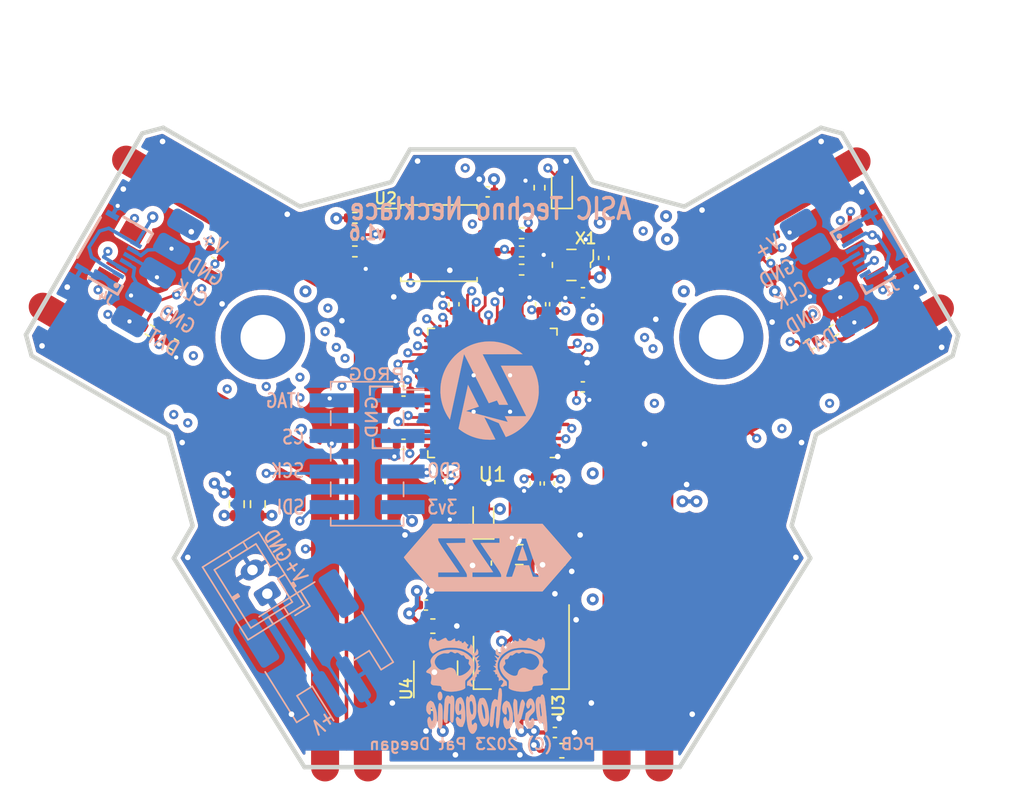
<source format=kicad_pcb>
(kicad_pcb (version 20221018) (generator pcbnew)
  (title_block (title "Caravel Minimum Viable PCB Sample") (date "2023-09-29") (rev "1.6") (company "Psychogenic Technologies INC") (comment 1 "(C) 2023 Pat Deegan"))
  (layers (0 "F.Cu" signal) (1 "In1.Cu" power) (2 "In2.Cu" power) (31 "B.Cu" signal) (34 "B.Paste" user) (35 "F.Paste" user) (36 "B.SilkS" user "B.Silkscreen") (37 "F.SilkS" user "F.Silkscreen") (38 "B.Mask" user) (39 "F.Mask" user) (44 "Edge.Cuts" user))
  (net 0 "")
  (net 1 "GND")
  (net 2 "~{SOC_RST}")
  (net 3 "+1V8")
  (net 4 "+3V3")
  (net 5 "VBUS")
  (net 6 "+5V")
  (net 7 "Net-(D1-K)")
  (net 8 "gpio")
  (net 9 "Net-(R1-Pad1)")
  (net 10 "Net-(R7-Pad1)")
  (net 12 "Vdrive")
  (net 13 "CLKIN")
  (net 14 "HK_SDI")
  (net 15 "HK_SCK")
  (net 16 "HK_SDO")
  (net 17 "HK_CSB")
  (net 18 "ser_rx")
  (net 19 "ser_tx")
  (net 20 "/prj_io7")
  (net 21 "/prj_io8")
  (net 22 "/prj_io9")
  (net 23 "/prj_io12")
  (net 24 "/prj_io13")
  (net 25 "/prj_io14")
  (net 26 "/prj_io15")
  (net 27 "/prj_io16")
  (net 28 "/prj_io17")
  (net 29 "/prj_io19")
  (net 30 "/prj_io18")
  (net 31 "/prj_io20")
  (net 32 "/prj_io21")
  (net 33 "/prj_io22")
  (net 34 "/prj_io23")
  (net 35 "/prj_io25")
  (net 36 "/prj_io24")
  (net 37 "/prj_io26")
  (net 38 "/prj_io27")
  (net 39 "/prj_io28")
  (net 40 "/prj_io29")
  (net 41 "/prj_io31")
  (net 42 "/prj_io30")
  (net 43 "/prj_io32")
  (net 44 "/prj_io33")
  (net 45 "/prj_io34")
  (net 46 "/prj_io37")
  (net 47 "flash_csb")
  (net 48 "flash_clk")
  (net 49 "flash_io0")
  (net 50 "flash_io1")
  (net 51 "Net-(U2-IO2)")
  (net 52 "Net-(U2-IO3)")
  (net 53 "osc_out")
  (net 56 "HK_JTAG")
  (net 57 "Net-(D2-K)")
  (net 58 "DATIN")
  (net 59 "DATOUT")
  (net 60 "CLKOUT")
  (footprint "flyingcarsfootprints:StitchingVia-0.4mmDrill" (layer "F.Cu") (at 100.6 64)
    (fp_text reference "STITCH1" hide)
    (fp_text value "StitchingVia-0.4mmDrill" hide)
  )
  (footprint "Resistor_SMD:R_0402_1005Metric" (layer "F.Cu") (at 124.425 42.155 180)
    (fp_text reference "R5" hide)
    (fp_text value "10k")
  )
  (footprint "Capacitor_SMD:C_0402_1005Metric" (layer "F.Cu") (at 130.28 42.62 -90)
    (fp_text reference "C2" hide)
    (fp_text value "100nF")
  )
  (footprint "flyingcarsfootprints:StitchingVia-0.4mmDrill" (layer "F.Cu") (at 103.05 45.9)
    (fp_text reference "STITCH1" hide)
    (fp_text value "StitchingVia-0.4mmDrill" hide)
  )
  (footprint "Resistor_SMD:R_0402_1005Metric" (layer "F.Cu") (at 124.425 43.455 180)
    (fp_text reference "R9" hide)
    (fp_text value "10k")
  )
  (footprint "flyingcarsfootprints:StitchingVia-0.4mmDrill" (layer "F.Cu") (at 154.4 49)
    (fp_text reference "STITCH1" hide)
    (fp_text value "StitchingVia-0.4mmDrill" hide)
  )
  (footprint "Capacitor_SMD:C_0402_1005Metric" (layer "F.Cu") (at 125.395 58.725 -90)
    (fp_text reference "C6" hide)
    (fp_text value "100nF")
  )
  (footprint "flyingcarsfootprints:StitchingVia-0.4mmDrill" (layer "F.Cu") (at 111.6 47.1)
    (fp_text reference "STITCH1" hide)
    (fp_text value "StitchingVia-0.4mmDrill" hide)
  )
  (footprint "Capacitor_SMD:C_0603_1608Metric" (layer "F.Cu") (at 118.09 75.41 180)
    (fp_text reference "C19" hide)
    (fp_text value "10uF")
  )
  (footprint "flyingcarsfootprints:StitchingVia-0.4mmDrill" (layer "F.Cu") (at 145.8 34.3)
    (fp_text reference "STITCH1" hide)
    (fp_text value "StitchingVia-0.4mmDrill" hide)
  )
  (footprint "Capacitor_SMD:C_0402_1005Metric" (layer "F.Cu") (at 126.395 58.725 90)
    (fp_text reference "C9" hide)
    (fp_text value "100nF")
  )
  (footprint "Resistor_SMD:R_0402_1005Metric" (layer "F.Cu") (at 120.3 61.8 90)
    (fp_text reference "R15" hide)
    (fp_text value "510")
  )
  (footprint "flyingcarsfootprints:StitchingVia-0.4mmDrill" (layer "F.Cu") (at 129.4 74.4)
    (fp_text reference "STITCH1" hide)
    (fp_text value "StitchingVia-0.4mmDrill" hide)
  )
  (footprint "flyingcarsfootprints:StitchingVia-0.4mmDrill" (layer "F.Cu") (at 142.3 47.2)
    (fp_text reference "STITCH1" hide)
    (fp_text value "StitchingVia-0.4mmDrill" hide)
  )
  (footprint "Button_Switch_SMD:SW_SPST_TL3342" (layer "F.Cu") (at 98.47 44.01 150)
    (fp_text reference "SW2" hide)
    (fp_text value "TBD")
  )
  (footprint "Resistor_SMD:R_0603_1608Metric" (layer "F.Cu") (at 104.1 60.2 90)
    (fp_text reference "R11" hide)
    (fp_text value "0R")
  )
  (footprint "flyingcarsfootprints:StitchingVia-0.4mmDrill" (layer "F.Cu") (at 100.2 55.8)
    (fp_text reference "STITCH1" hide)
    (fp_text value "StitchingVia-0.4mmDrill" hide)
  )
  (footprint "flyingcarsfootprints:StitchingVia-0.4mmDrill" (layer "F.Cu") (at 117 35.7)
    (fp_text reference "STITCH1" hide)
    (fp_text value "StitchingVia-0.4mmDrill" hide)
  )
  (footprint "Capacitor_SMD:C_0402_1005Metric" (layer "F.Cu") (at 118.595 58.625 90)
    (fp_text reference "C7" hide)
    (fp_text value "100nF")
  )
  (footprint "Package_TO_SOT_SMD:SOT-223-3_TabPin2" (layer "F.Cu") (at 124.4 71.5 -90)
    (fp_text reference "U3")
    (fp_text value "AZ1117-3.3")
  )
  (footprint "Capacitor_SMD:C_0402_1005Metric" (layer "F.Cu") (at 102.6 42.3 150)
    (fp_text reference "C5" hide)
    (fp_text value "1uF")
  )
  (footprint "flyingcarsfootprints:StitchingVia-0.4mmDrill" (layer "F.Cu") (at 134 47)
    (fp_text reference "STITCH1" hide)
    (fp_text value "StitchingVia-0.4mmDrill" hide)
  )
  (footprint "Oscillator:Oscillator_SMD_ECS_2520MV-xxx-xx-4Pin_2.5x2.0mm" (layer "F.Cu") (at 127.98 43.12 -90)
    (fp_text reference "X1")
    (fp_text value "10MHz")
  )
  (footprint "Resistor_SMD:R_0402_1005Metric" (layer "F.Cu") (at 146.7 47.8 30)
    (fp_text reference "R1" hide)
    (fp_text value "10k")
  )
  (footprint "Fuse:Fuse_0805_2012Metric" (layer "F.Cu") (at 124.2575 63.805 180)
    (fp_text reference "F1" hide)
    (fp_text value "750mA")
  )
  (footprint "flyingcarsfootprints:StitchingVia-0.4mmDrill" (layer "F.Cu") (at 129.1 50.1)
    (fp_text reference "STITCH1" hide)
    (fp_text value "StitchingVia-0.4mmDrill" hide)
  )
  (footprint "Capacitor_SMD:C_0603_1608Metric" (layer "F.Cu") (at 118.09 68.91)
    (fp_text reference "C21" hide)
    (fp_text value "10uF")
  )
  (footprint "Capacitor_SMD:C_0402_1005Metric" (layer "F.Cu") (at 115.995 55.925 180)
    (fp_text reference "C10" hide)
    (fp_text value "100nF")
  )
  (footprint "flyingcarsfootprints:StitchingVia-0.4mmDrill" (layer "F.Cu") (at 115.2 74.4)
    (fp_text reference "STITCH1" hide)
    (fp_text value "StitchingVia-0.4mmDrill" hide)
  )
  (footprint "flyingcarsfootprints:StitchingVia-0.4mmDrill" (layer "F.Cu") (at 144.4 55.8)
    (fp_text reference "STITCH1" hide)
    (fp_text value "StitchingVia-0.4mmDrill" hide)
  )
  (footprint "flyingcarsfootprints:StitchingVia-0.4mmDrill" (layer "F.Cu") (at 115.3 45.4)
    (fp_text reference "STITCH1" hide)
    (fp_text value "StitchingVia-0.4mmDrill" hide)
  )
  (footprint "flyingcarsfootprints:StitchingVia-0.4mmDrill" (layer "F.Cu") (at 144 64)
    (fp_text reference "STITCH1" hide)
    (fp_text value "StitchingVia-0.4mmDrill" hide)
  )
  (footprint "flyingcarsfootprints:StitchingVia-0.4mmDrill" (layer "F.Cu") (at 96 37.7)
    (fp_text reference "STITCH1" hide)
    (fp_text value "StitchingVia-0.4mmDrill" hide)
  )
  (footprint "Capacitor_SMD:C_0603_1608Metric" (layer "F.Cu") (at 126.995 64.405 -90)
    (fp_text reference "C16" hide)
    (fp_text value "10uF")
  )
  (footprint "Resistor_SMD:R_0402_1005Metric" (layer "F.Cu") (at 112.525 39.755)
    (fp_text reference "R4" hide)
    (fp_text value "10k")
  )
  (footprint "Capacitor_SMD:C_0402_1005Metric" (layer "F.Cu") (at 115.995 52.125 180)
    (fp_text reference "C11" hide)
    (fp_text value "100nF")
  )
  (footprint "Resistor_SMD:R_0402_1005Metric" (layer "F.Cu") (at 112.525 40.955)
    (fp_text reference "R10" hide)
    (fp_text value "10k")
  )
  (footprint "Resistor_SMD:R_0402_1005Metric" (layer "F.Cu") (at 99.6 48.8 -30)
    (fp_text reference "R8" hide)
    (fp_text value "10k")
  )
  (footprint "flyingcarsfootprints:StitchingVia-0.4mmDrill" (layer "F.Cu") (at 90.2 48.9)
    (fp_text reference "STITCH1" hide)
    (fp_text value "StitchingVia-0.4mmDrill" hide)
  )
  (footprint "Capacitor_SMD:C_0402_1005Metric" (layer "F.Cu") (at 119.595 45.925 90)
    (fp_text reference "C12" hide)
    (fp_text value "100nF")
  )
  (footprint "Resistor_SMD:R_0402_1005Metric" (layer "F.Cu") (at 124.425 40.855)
    (fp_text reference "R13" hide)
    (fp_text value "10k")
  )
  (footprint "Package_TO_SOT_SMD:SOT-23-5" (layer "F.Cu") (at 118.295 72.205 90)
    (fp_text reference "U4")
    (fp_text value "AP2112K-1.8")
  )
  (footprint "Capacitor_SMD:C_0603_1608Metric" (layer "F.Cu") (at 127.295 77.805)
    (fp_text reference "C20" hide)
    (fp_text value "10uF")
  )
  (footprint "Package_SO:SOIC-8_5.23x5.23mm_P1.27mm" (layer "F.Cu") (at 118.52 41.56)
    (fp_text reference "U2")
    (fp_text value "W25Q32JVSS")
  )
  (footprint "Capacitor_SMD:C_0402_1005Metric" (layer "F.Cu") (at 117.595 67.405)
    (fp_text reference "C23" hide)
    (fp_text value "100nF")
  )
  (footprint "Capacitor_SMD:C_0402_1005Metric" (layer "F.Cu") (at 125.78 45.925 90)
    (fp_text reference "C8" hide)
    (fp_text value "100nF")
  )
  (footprint "Resistor_SMD:R_0402_1005Metric" (layer "F.Cu") (at 97.9 47.8 150)
    (fp_text reference "R7" hide)
    (fp_text value "10k")
  )
  (footprint "Button_Switch_SMD:SW_SPST_TL3342" (layer "F.Cu") (at 146.07 43.99 -150)
    (fp_text reference "SW3" hide)
    (fp_text value "TBD")
  )
  (footprint "LED_SMD:LED_0603_1608Metric" (layer "F.Cu") (at 121.7 61.2 90)
    (fp_text reference "D1" hide)
    (fp_text value "LED")
  )
  (footprint "ASICTechno:OUTLINE_TIP_TOP" (layer "F.Cu") (at 89 48.1)
    (fp_text reference "REF**" hide)
    (fp_text value "OUTLINE_TIP_TOP" hide)
    (fp_line (start 0.05 0) (end 0.452627 1.502628) (stroke (width 0.3175)) (layer "Edge.Cuts"))
    (fp_line (start 0.452627 1.502628) (end 10.164421 7.109735) (stroke (width 0.3175)) (layer "Edge.Cuts"))
    (fp_line (start 0.7 -1.125833) (end 0.05 0) (stroke (width 0.3175)) (layer "Edge.Cuts"))
    (fp_line (start 1.7 -2.857884) (end 0.7 -1.125833) (stroke (width 0.3175)) (layer "Edge.Cuts"))
    (fp_line (start 6.7 -11.518138) (end 1.7 -2.857884) (stroke (width 0.3175)) (layer "Edge.Cuts"))
    (fp_line (start 7.7 -13.250189) (end 6.7 -11.518138) (stroke (width 0.3175)) (layer "Edge.Cuts"))
    (fp_line (start 8.35 -14.376022) (end 7.7 -13.250189) (stroke (width 0.3175)) (layer "Edge.Cuts"))
    (fp_line (start 9.852627 -14.77865) (end 8.35 -14.376022) (stroke (width 0.3175)) (layer "Edge.Cuts"))
    (fp_line (start 10.211014 7.170455) (end 11.933935 13.600483) (stroke (width 0.3175)) (layer "Edge.Cuts"))
    (fp_line (start 10.607891 15.955836) (end 19.927916 30.878094) (stroke (width 0.3175)) (layer "Edge.Cuts"))
    (fp_line (start 11.923944 13.676365) (end 10.607891 15.955836) (stroke (width 0.3175)) (layer "Edge.Cuts"))
    (fp_line (start 19.564421 -9.171543) (end 9.852627 -14.77865) (stroke (width 0.3175)) (layer "Edge.Cuts"))
    (fp_line (start 19.927916 30.878094) (end 20.427916 30.878094) (stroke (width 0.3175)) (layer "Edge.Cuts"))
    (fp_line (start 20.427916 30.878094) (end 22.427916 30.878094) (stroke (width 0.3175)) (layer "Edge.Cuts"))
    (fp_line (start 22.427916 30.878094) (end 23.427916 30.878094) (stroke (width 0.3175)) (layer "Edge.Cuts"))
    (fp_line (start 23.427916 30.878094) (end 25.427916 30.878094) (stroke (width 0.3175)) (layer "Edge.Cuts"))
    (fp_line (start 25.427916 30.878094) (end 41.208129 30.878094) (stroke (width 0.3175)) (layer "Edge.Cuts"))
    (fp_line (start 26.070331 -10.884473) (end 19.640303 -9.161553) (stroke (width 0.3175)) (layer "Edge.Cuts"))
    (fp_line (start 27.459955 -13.232795) (end 26.131051 -10.931066) (stroke (width 0.3175)) (layer "Edge.Cuts"))
    (fp_line (start 39.17609 -13.232795) (end 27.459955 -13.232795) (stroke (width 0.3175)) (layer "Edge.Cuts"))
    (fp_line (start 40.504994 -10.931066) (end 39.17609 -13.232795) (stroke (width 0.3175)) (layer "Edge.Cuts"))
    (fp_line (start 41.208129 30.878094) (end 43.208129 30.878094) (stroke (width 0.3175)) (layer "Edge.Cuts"))
    (fp_line (start 43.208129 30.878094) (end 44.208129 30.878094) (stroke (width 0.3175)) (layer "Edge.Cuts"))
    (fp_line (start 44.208129 30.878094) (end 46.208129 30.878094) (stroke (width 0.3175)) (layer "Edge.Cuts"))
    (fp_line (start 46.208129 30.878094) (end 46.708129 30.878094) (stroke (width 0.3175)) (layer "Edge.Cuts"))
    (fp_line (start 46.708129 30.878094) (end 56.028154 15.955836) (stroke (width 0.3175)) (layer "Edge.Cuts"))
    (fp_line (start 46.995742 -9.161553) (end 40.565714 -10.884473) (stroke (width 0.3175)) (layer "Edge.Cuts"))
    (fp_line (start 54.702111 13.600483) (end 56.425031 7.170455) (stroke (width 0.3175)) (layer "Edge.Cuts"))
    (fp_line (start 56.028154 15.955836) (end 54.712101 13.676365) (stroke (width 0.3175)) (layer "Edge.Cuts"))
    (fp_line (start 56.471624 7.109735) (end 66.183418 1.502628) (stroke (width 0.3175)) (layer "Edge.Cuts"))
    (fp_line (start 56.783418 -14.77865) (end 47.071624 -9.171543) (stroke (width 0.3175)) (layer "Edge.Cuts"))
    (fp_line (start 58.286046 -14.376022) (end 56.783418 -14.77865) (stroke (width 0.3175)) (layer "Edge.Cuts"))
    (fp_line (start 58.936046 -13.250189) (end 58.286046 -14.376022) (stroke (width 0.3175)) (layer "Edge.Cuts"))
    (fp_line (start 59.936046 -11.518138) (end 58.936046 -13.250189) (stroke (width 0.3175)) (layer "Edge.Cuts"))
    (fp_line (start 64.936046 -2.857884) (end 59.936046 -11.518138) (stroke (width 0.3175)) (layer "Edge.Cuts"))
    (fp_line (start 65.936046 -1.125833) (end 64.936046 -2.857884) (stroke (width 0.3175)) (layer "Edge.Cuts"))
    (fp_line (start 66.183418 1.502628) (end 66.586046 0) (stroke (width 0.3175)) (layer "Edge.Cuts"))
    (fp_line (start 66.586046 0) (end 65.936046 -1.125833) (stroke (width 0.3175)) (layer "Edge.Cuts"))
    (fp_arc (start 10.164421 7.109735) (mid 10.19377 7.135451) (end 10.211014 7.170455) (stroke (width 0.3175)) (layer "Edge.Cuts"))
    (fp_arc (start 11.933935 13.600483) (mid 11.936507 13.639421) (end 11.923944 13.676365) (stroke (width 0.3175)) (layer "Edge.Cuts"))
    (fp_arc (start 19.640303 -9.161553) (mid 19.601375 -9.159045) (end 19.564421 -9.171543) (stroke (width 0.3175)) (layer "Edge.Cuts"))
    (fp_arc (start 26.131051 -10.931066) (mid 26.105329 -10.901726) (end 26.070331 -10.884473) (stroke (width 0.3175)) (layer "Edge.Cuts"))
    (fp_arc (start 40.565714 -10.884473) (mid 40.530706 -10.901712) (end 40.504994 -10.931066) (stroke (width 0.3175)) (layer "Edge.Cuts"))
    (fp_arc (start 47.071624 -9.171543) (mid 47.034674 -9.159024) (end 46.995742 -9.161553) (stroke (width 0.3175)) (layer "Edge.Cuts"))
    (fp_arc (start 54.712101 13.676365) (mid 54.699547 13.63942) (end 54.702111 13.600483) (stroke (width 0.3175)) (layer "Edge.Cuts"))
    (fp_arc (start 56.425031 7.170455) (mid 56.442295 7.135466) (end 56.471624 7.109735) (stroke (width 0.3175)) (layer "Edge.Cuts"))
  )
  (footprint "LED_SMD:LED_0603_1608Metric" (layer "F.Cu") (at 127.3 37.6 90)
    (fp_text reference "D2" hide)
    (fp_text value "LED")
  )
  (footprint "Resistor_SMD:R_0402_1005Metric" (layer "F.Cu") (at 145 48.8 -150)
    (fp_text reference "R6" hide)
    (fp_text value "10k")
  )
  (footprint "Capacitor_SMD:C_0603_1608Metric" (layer "F.Cu") (at 121.7575 64.405 -90)
    (fp_text reference "C18" hide)
    (fp_text value "10uF")
  )
  (footprint "Capacitor_SMD:C_0402_1005Metric" (layer "F.Cu") (at 125.295 65.905 -90)
    (fp_text reference "C17" hide)
    (fp_text value "100nF")
  )
  (footprint "flyingcarsfootprints:StitchingVia-0.4mmDrill" (layer "F.Cu") (at 133.2 55.9)
    (fp_text reference "STITCH1" hide)
    (fp_text value "StitchingVia-0.4mmDrill" hide)
  )
  (footprint "Capacitor_SMD:C_0402_1005Metric" (layer "F.Cu") (at 126.78 45.925 90)
    (fp_text reference "C13" hide)
    (fp_text value "100nF")
  )
  (footprint "flyingcarsfootprints:StitchingVia-0.4mmDrill" (layer "F.Cu") (at 136.6 75.2)
    (fp_text reference "STITCH1" hide)
    (fp_text value "StitchingVia-0.4mmDrill" hide)
  )
  (footprint "flyingcarsfootprints:StitchingVia-0.4mmDrill" (layer "F.Cu") (at 127.6 35.7)
    (fp_text reference "STITCH1" hide)
    (fp_text value "StitchingVia-0.4mmDrill" hide)
  )
  (footprint "Resistor_SMD:R_0402_1005Metric" (layer "F.Cu") (at 112.525 42.155 180)
    (fp_text reference "R12" hide)
    (fp_text value "10k")
  )
  (footprint "flyingcarsfootprints:StitchingVia-0.4mmDrill" (layer "F.Cu") (at 108 75.2)
    (fp_text reference "STITCH1" hide)
    (fp_text value "StitchingVia-0.4mmDrill" hide)
  )
  (footprint "flyingcarsfootprints:StitchingVia-0.4mmDrill" (layer "F.Cu") (at 116.1 62.4)
    (fp_text reference "STITCH1" hide)
    (fp_text value "StitchingVia-0.4mmDrill" hide)
  )
  (footprint "flyingcarsfootprints:StitchingVia-0.4mmDrill" (layer "F.Cu") (at 119.7 78.1)
    (fp_text reference "STITCH1" hide)
    (fp_text value "StitchingVia-0.4mmDrill" hide)
  )
  (footprint "flyingcarsfootprints:StitchingVia-0.4mmDrill" (layer "F.Cu") (at 152.6 44.7)
    (fp_text reference "STITCH1" hide)
    (fp_text value "StitchingVia-0.4mmDrill" hide)
  )
  (footprint "flyingcarsfootprints:StitchingVia-0.4mmDrill" (layer "F.Cu") (at 92 44.7)
    (fp_text reference "STITCH1" hide)
    (fp_text value "StitchingVia-0.4mmDrill" hide)
  )
  (footprint "Package_DFN_QFN:QFN-64-1EP_9x9mm_P0.5mm_EP7.65x7.65mm" (layer "F.Cu") (at 122.34 52.26 180)
    (fp_text reference "U1")
    (fp_text value "Caravel_QFN")
  )
  (footprint "flyingcarsfootprints:StitchingVia-0.4mmDrill" (layer "F.Cu") (at 98.8 34.3)
    (fp_text reference "STITCH1" hide)
    (fp_text value "StitchingVia-0.4mmDrill" hide)
  )
  (footprint "Capacitor_SMD:C_0402_1005Metric" (layer "F.Cu") (at 126.8 76.505)
    (fp_text reference "C22" hide)
    (fp_text value "100nF")
  )
  (footprint "flyingcarsfootprints:StitchingVia-0.4mmDrill" (layer "F.Cu") (at 119.3 43.5)
    (fp_text reference "STITCH1" hide)
    (fp_text value "StitchingVia-0.4mmDrill" hide)
  )
  (footprint "flyingcarsfootprints:StitchingVia-0.4mmDrill" (layer "F.Cu") (at 124.3 78.1)
    (fp_text reference "STITCH1" hide)
    (fp_text value "StitchingVia-0.4mmDrill" hide)
  )
  (footprint "flyingcarsfootprints:StitchingVia-0.4mmDrill" (layer "F.Cu") (at 107.7 39.5)
    (fp_text reference "STITCH1" hide)
    (fp_text value "StitchingVia-0.4mmDrill" hide)
  )
  (footprint "flyingcarsfootprints:StitchingVia-0.4mmDrill" (layer "F.Cu") (at 137.3 39.2)
    (fp_text reference "STITCH1" hide)
    (fp_text value "StitchingVia-0.4mmDrill" hide)
  )
  (footprint "Resistor_SMD:R_0402_1005Metric" (layer "F.Cu") (at 125.7 37.6 90)
    (fp_text reference "R14" hide)
    (fp_text value "510")
  )
  (footprint "Capacitor_SMD:C_0402_1005Metric" (layer "F.Cu") (at 141.9 42.3 30)
    (fp_text reference "C3" hide)
    (fp_text value "1uF")
  )
  (footprint "flyingcarsfootprints:StitchingVia-0.4mmDrill" (layer "F.Cu") (at 136.2 58.8)
    (fp_text reference "STITCH1" hide)
    (fp_text value "StitchingVia-0.4mmDrill" hide)
  )
  (footprint "Capacitor_SMD:C_0402_1005Metric" (layer "F.Cu") (at 128.8 45.1)
    (fp_text reference "C4" hide)
    (fp_text value "1uF")
  )
  (footprint "Capacitor_SMD:C_0402_1005Metric" (layer "F.Cu") (at 122 37.9 180)
    (fp_text reference "C1" hide)
    (fp_text value "100nF")
  )
  (footprint "flyingcarsfootprints:StitchingVia-0.4mmDrill" (layer "F.Cu") (at 128.6 62.4)
    (fp_text reference "STITCH1" hide)
    (fp_text value "StitchingVia-0.4mmDrill" hide)
  )
  (footprint "Capacitor_SMD:C_0402_1005Metric" (layer "F.Cu") (at 128.795 51.825 180)
    (fp_text reference "C14" hide)
    (fp_text value "100nF")
  )
  (footprint "Resistor_SMD:R_0603_1608Metric" (layer "F.Cu") (at 105.6 60.2 90)
    (fp_text reference "R16" hide)
    (fp_text value "0R")
  )
  (footprint "flyingcarsfootprints:StitchingVia-0.4mmDrill" (layer "F.Cu") (at 148.7 37.9)
    (fp_text reference "STITCH1" hide)
    (fp_text value "StitchingVia-0.4mmDrill" hide)
  )
  (footprint "flyingcarsfootprints:StitchingVia-0.4mmDrill" (layer "F.Cu") (at 103.5 58)
    (fp_text reference "STITCH1" hide)
    (fp_text value "StitchingVia-0.4mmDrill" hide)
  )
  (footprint "ASICTechno:GCT_FFC2B28-06-G" (layer "B.Cu") (at 95.2 42.1 60)
    (fp_text reference "J4")
    (fp_text value "FFC2B28-06-G")
  )
  (footprint "ASICTechno:azz_logo_sm" (layer "B.Cu") (at 122 64 180)
    (fp_text reference "G***" hide)
    (fp_text value "LOGO" hide)
  )
  (footprint "ASICTechno:LEDStringPads" (layer "B.Cu") (at 146.383494 43.575 -60)
    (fp_text reference "J10" hide)
    (fp_text value "LEDStringPads")
  )
  (footprint "flyingcarsfootprints:PsychoLogoSmall" (layer "B.Cu") (at 122 73.1 180)
    (fp_text reference "G***" hide)
    (fp_text value "LOGO" hide)
  )
  (footprint "Connector_JST:JST_PH_S2B-PH-SM4-TB_1x02-1MP_P2.00mm_Horizontal" (layer "B.Cu") (at 110.06496 70.824024 32)
    (fp_text reference "J5" hide)
    (fp_text value "Conn_01x02")
  )
  (footprint "Connector_JST:JST_PH_B2B-PH-K_1x02_P2.00mm_Vertical" (layer "B.Cu") (at 106.276345 66.596592 122)
    (fp_text reference "J2" hide)
    (fp_text value "Conn_01x02")
  )
  (footprint "ASICTechno:LEDStringPads" (layer "B.Cu") (at 98.223494 43.565 60)
    (fp_text reference "J9" hide)
    (fp_text value "LEDStringPads")
  )
  (footprint "ASICTechno:Z2A_logo" (layer "B.Cu") (at 122 52 180)
    (fp_text reference "REF**" hide)
    (fp_text value "Z2A_logo")
  )
  (footprint "ASICTechno:GCT_FFC2B28-06-G" (layer "B.Cu") (at 149.4 42.05 -60)
    (fp_text reference "J1")
    (fp_text value "FFC2B28-06-G")
  )
  (footprint "Connector_PinHeader_2.54mm:PinHeader_2x04_P2.54mm_Vertical_SMD" (layer "B.Cu") (at 113.4 56.6 180)
    (fp_text reference "J3" hide)
    (fp_text value "Conn_02x04_Odd_Even")
  )
  (gr_line (start 113.6 51.8) (end 115.2 51.8) (stroke (width 0.15)) (layer "B.SilkS"))
  (gr_line (start 113.8 56.2) (end 115.2 56.2) (stroke (width 0.15)) (layer "B.SilkS"))
  (gr_line (start 113.6 52.4) (end 113.6 51.8) (stroke (width 0.15)) (layer "B.SilkS"))
  (gr_line (start 113.8 55.6) (end 113.8 56.2) (stroke (width 0.15)) (layer "B.SilkS"))
  (gr_text "CS" (at 109 56) (layer "B.SilkS") (effects (font (size 1 0.8)) (justify left bottom mirror)))
  (gr_text "DAT" (at 147.15 48.5 30) (layer "B.SilkS") (effects (font (size 1 0.9)) (justify left bottom mirror)))
  (gr_text "V+" (at 108.298873 66.040283 302) (layer "B.SilkS") (effects (font (size 1 0.8)) (justify left bottom mirror)))
  (gr_text "GND" (at 100.8 48.25 330) (layer "B.SilkS") (effects (font (size 1 0.9)) (justify left bottom mirror)))
  (gr_text "3v3" (at 117.6 61) (layer "B.SilkS") (effects (font (size 1 0.8)) (justify right bottom mirror)))
  (gr_text "ASIC Techno Necklace" (at 122.2 40) (layer "B.SilkS") (effects (font (size 1.5 1.2) (thickness 0.24) bold) (justify bottom mirror)))
  (gr_text "CLK" (at 101.7 46.35 330) (layer "B.SilkS") (effects (font (size 1 0.9)) (justify left bottom mirror)))
  (gr_text "GND" (at 114.2 55.6 90) (layer "B.SilkS") (effects (font (size 0.8 1)) (justify right bottom mirror)))
  (gr_text "DAT" (at 99.65 49.8 -30) (layer "B.SilkS") (effects (font (size 1 0.9)) (justify left bottom mirror)))
  (gr_text "GND" (at 107.2 64.6 -58) (layer "B.SilkS") (effects (font (size 1 0.8)) (justify left bottom mirror)))
  (gr_text "SDI" (at 109 61) (layer "B.SilkS") (effects (font (size 1 0.8)) (justify left bottom mirror)))
  (gr_text "GND" (at 102.8 44.85 330) (layer "B.SilkS") (effects (font (size 1 0.9)) (justify left bottom mirror)))
  (gr_text "SCK" (at 109 58.4) (layer "B.SilkS") (effects (font (size 1 0.8)) (justify left bottom mirror)))
  (gr_text "V+" (at 143.15 41.8 30) (layer "B.SilkS") (effects (font (size 1 0.9)) (justify left bottom mirror)))
  (gr_text "PROG" (at 116.2 51.4) (layer "B.SilkS") (effects (font (size 0.8 1)) (justify left bottom mirror)))
  (gr_text "CLK" (at 145.15 45.1 30) (layer "B.SilkS") (effects (font (size 1 0.9)) (justify left bottom mirror)))
  (gr_text "v1.6" (at 112 41.4) (layer "B.SilkS") (effects (font (size 1 0.8) (thickness 0.2) bold) (justify right bottom mirror)))
  (gr_text "PCB (C) 2023 Pat Deegan" (at 121.6 77.8) (layer "B.SilkS") (effects (font (size 0.8 0.8)) (justify bottom mirror)))
  (gr_text "JTAG" (at 109 53.4) (layer "B.SilkS") (effects (font (size 1 0.8)) (justify left bottom mirror)))
  (gr_text "GND" (at 144.25 43.5 30) (layer "B.SilkS") (effects (font (size 1 0.9)) (justify left bottom mirror)))
  (gr_text "V+" (at 109.2 75.8 -148) (layer "B.SilkS") (effects (font (size 1 0.8)) (justify left bottom mirror)))
  (gr_text "V+" (at 103.05 42.55 330) (layer "B.SilkS") (effects (font (size 1 0.9)) (justify left bottom mirror)))
  (gr_text "SDO" (at 117.6 58.4) (layer "B.SilkS") (effects (font (size 1 0.8)) (justify right bottom mirror)))
  (gr_text "GND" (at 146.15 46.8 30) (layer "B.SilkS") (effects (font (size 1 0.9)) (justify left bottom mirror)))
  (segment (start 128.795 51.215) (end 129.275 51.695) (width 0.2) (layer "F.Cu") (net 1))
  (segment (start 129.275 51.825) (end 129.275 52.736874) (width 0.18) (layer "F.Cu") (net 1))
  (segment (start 129.275 52.736874) (end 129.255073 52.756801) (width 0.18) (layer "F.Cu") (net 1))
  (segment (start 117.89 51.01) (end 117.290737 51.01) (width 0.18) (layer "F.Cu") (net 1))
  (segment (start 127.885 51.215) (end 128.795 51.215) (width 0.2) (layer "F.Cu") (net 1))
  (segment (start 129.275 51.695) (end 129.275 51.825) (width 0.2) (layer "F.Cu") (net 1))
  (segment (start 119.410805 59.023076) (end 119.390385 59.023076) (width 0.2) (layer "F.Cu") (net 1))
  (segment (start 124.645003 59.205) (end 124.6 59.250003) (width 0.18) (layer "F.Cu") (net 1))
  (segment (start 117.315 75.41) (end 117.315 76.115) (width 0.18) (layer "F.Cu") (net 1))
  (segment (start 121.52 37.9) (end 121.52 37.12) (width 0.2) (layer "F.Cu") (net 1))
  (segment (start 127.542941 45.476915) (end 127.866026 45.8) (width 0.18) (layer "F.Cu") (net 1))
  (segment (start 124.71 37.09) (end 124.7 37.1) (width 0.18) (layer "F.Cu") (net 1))
  (segment (start 115.515 51.498278) (end 115.44059 51.423868) (width 0.18) (layer "F.Cu") (net 1))
  (segment (start 120.185 45.785) (end 119.845 45.445) (width 0.16) (layer "F.Cu") (net 1))
  (segment (start 118.075 66.475) (end 118 66.4) (width 0.18) (layer "F.Cu") (net 1))
  (segment (start 128.07 77.805) (end 128.07 76.63) (width 0.3) (layer "F.Cu") (net 1))
  (segment (start 130.28 42.14) (end 129.44 41.3) (width 0.25) (layer "F.Cu") (net 1))
  (segment (start 129 41.3) (end 127 41.3) (width 0.25) (layer "F.Cu") (net 1))
  (segment (start 127 41.3) (end 127 42.34) (width 0.25) (layer "F.Cu") (net 1))
  (segment (start 127.055 42.395) (end 126.005 42.395) (width 0.25) (layer "F.Cu") (net 1))
  (segment (start 127.28 76.505) (end 127.28 75.68) (width 0.3) (layer "F.Cu") (net 1))
  (segment (start 118.075 67.405) (end 118.075 66.475) (width 0.18) (layer "F.Cu") (net 1))
  (segment (start 121.527206 65.18) (end 120.922206 64.575) (width 0.18) (layer "F.Cu") (net 1))
  (segment (start 122.09 56.71) (end 122.09 58.71) (width 0.2) (layer "F.Cu") (net 1))
  (segment (start 117.290737 51.01) (end 116.905737 50.625) (width 0.18) (layer "F.Cu") (net 1))
  (segment (start 126.7 68.35) (end 126.7 66.7) (width 0.3) (layer "F.Cu") (net 1))
  (segment (start 117.3 51.5) (end 116.905737 51.105737) (width 0.18) (layer "F.Cu") (net 1))
  (segment (start 129.28 45.1) (end 129.28 45.78) (width 0.16) (layer "F.Cu") (net 1))
  (segment (start 117.88 51.5) (end 117.3 51.5) (width 0.18) (layer "F.Cu") (net 1))
  (segment (start 120.185 46.71897) (end 120.185 45.785) (width 0.16) (layer "F.Cu") (net 1))
  (segment (start 120.09 58.343881) (end 119.410805 59.023076) (width 0.2) (layer "F.Cu") (net 1))
  (segment (start 127.586026 45.52) (end 127.542941 45.476915) (width 0.16) (layer "F.Cu") (net 1))
  (segment (start 100.041673 49.055) (end 99.773529 49.323144) (width 0.2) (layer "F.Cu") (net 1))
  (segment (start 124.59 47.81) (end 124.59 46.790276) (width 0.2) (layer "F.Cu") (net 1))
  (segment (start 120.09 56.71) (end 120.09 58.343881) (width 0.2) (layer "F.Cu") (net 1))
  (segment (start 114.92 43.465) (end 113.365 43.465) (width 0.2) (layer "F.Cu") (net 1))
  (segment (start 124.59 46.790276) (end 124.47 46.670276) (width 0.2) (layer "F.Cu") (net 1))
  (segment (start 118.865 68.91) (end 119.79 68.91) (width 0.3) (layer "F.Cu") (net 1))
  (segment (start 129.44 41.3) (end 129 41.3) (width 0.25) (layer "F.Cu") (net 1))
  (segment (start 126.79 51.51) (end 127.59 51.51) (width 0.2) (layer "F.Cu") (net 1))
  (segment (start 99.773529 49.323144) (end 99.773529 49.722487) (width 0.2) (layer "F.Cu") (net 1))
  (segment (start 128.07 76.63) (end 128.2 76.5) (width 0.3) (layer "F.Cu") (net 1))
  (segment (start 125.78 45.445) (end 124.99082 45.445) (width 0.18) (layer "F.Cu") (net 1))
  (segment (start 119.79 68.91) (end 119.8 68.9) (width 0.3) (layer "F.Cu") (net 1))
  (segment (start 117.315 76.115) (end 117.6 76.4) (width 0.18) (layer "F.Cu") (net 1))
  (segment (start 115.515 56.630325) (end 115.345365 56.79996) (width 0.18) (layer "F.Cu") (net 1))
  (segment (start 126.395 59.205) (end 127.154997 59.205) (width 0.18) (layer "F.Cu") (net 1))
  (segment (start 123.09 47.326658) (end 123.19 47.226658) (width 0.2) (layer "F.Cu") (net 1))
  (segment (start 127.866026 45.8) (end 129.3 45.8) (width 0.18) (layer "F.Cu") (net 1))
  (segment (start 120.09 47.81) (end 120.1 47.8) (width 0.16) (layer "F.Cu") (net 1))
  (segment (start 119.845 45.445) (end 119.595 45.445) (width 0.16) (layer "F.Cu") (net 1))
  (segment (start 119.595 45.445) (end 119.595 44.805) (width 0.18) (layer "F.Cu") (net 1))
  (segment (start 123.09 47.81) (end 123.09 47.326658) (width 0.2) (layer "F.Cu") (net 1))
  (segment (start 127.511026 45.445) (end 127.542941 45.476915) (width 0.18) (layer "F.Cu") (net 1))
  (segment (start 126.78 45.445) (end 127.511026 45.445) (width 0.18) (layer "F.Cu") (net 1))
  (segment (start 126.005 42.395) (end 126 42.4) (width 0.25) (layer "F.Cu") (net 1))
  (segment (start 127.154997 59.205) (end 127.2 59.250003) (width 0.18) (layer "F.Cu") (net 1))
  (segment (start 129.28 45.1) (end 129.18 45.2) (width 0.16) (layer "F.Cu") (net 1))
  (segment (start 126.7 68.35) (end 128.207273 68.35) (width 0.3) (layer "F.Cu") (net 1))
  (segment (start 124.99082 45.445) (end 124.985046 45.439226) (width 0.18) (layer "F.Cu") (net 1))
  (segment (start 124.47 45.954272) (end 124.985046 45.439226) (width 0.2) (layer "F.Cu") (net 1))
  (segment (start 118.295 73.3425) (end 118.295 72.295) (width 0.3) (layer "F.Cu") (net 1))
  (segment (start 127.28 75.68) (end 127.1 75.5) (width 0.3) (layer "F.Cu") (net 1))
  (segment (start 119.31 61.29) (end 119.3 61.3) (width 0.2) (layer "F.Cu") (net 1))
  (segment (start 118.595 59.105) (end 119.308461 59.105) (width 0.18) (layer "F.Cu") (net 1))
  (segment (start 113.365 43.465) (end 113.3 43.4) (width 0.2) (layer "F.Cu") (net 1))
  (segment (start 127 42.34) (end 127.055 42.395) (width 0.25) (layer "F.Cu") (net 1))
  (segment (start 120.1 46.80397) (end 120.185 46.71897) (width 0.16) (layer "F.Cu") (net 1))
  (segment (start 119.102449 45.445) (end 118.799928 45.142479) (width 0.18) (layer "F.Cu") (net 1))
  (segment (start 119.595 45.445) (end 119.102449 45.445) (width 0.18) (layer "F.Cu") (net 1))
  (segment (start 121.52 37.12) (end 121.4 37) (width 0.2) (layer "F.Cu") (net 1))
  (segment (start 127.59 51.51) (end 127.885 51.215) (width 0.2) (layer "F.Cu") (net 1))
  (segment (start 126.79 56.01) (end 126.79 56.59) (width 0.2) (layer "F.Cu") (net 1))
  (segment (start 125.7 37.09) (end 124.71 37.09) (width 0.18) (layer "F.Cu") (net 1))
  (segment (start 129.3 45.8) (end 129.5 46) (width 0.18) (layer "F.Cu") (net 1))
  (segment (start 118.295 72.295) (end 118.2 72.2) (width 0.3) (layer "F.Cu") (net 1))
  (segment (start 123.19 47.226658) (end 123.19 45.120361) (width 0.2) (layer "F.Cu") (net 1))
  (segment (start 115.515 52.125) (end 115.515 51.498278) (width 0.18) (layer "F.Cu") (net 1))
  (segment (start 126.79 56.59) (end 127 56.8) (width 0.2) (layer "F.Cu") (net 1))
  (segment (start 120.1 47.8) (end 120.1 46.80397) (width 0.16) (layer "F.Cu") (net 1))
  (segment (start 119.308461 59.105) (end 119.390385 59.023076) (width 0.18) (layer "F.Cu") (net 1))
  (segment (start 127.82 65.18) (end 128 65) (width 0.18) (layer "F.Cu") (net 1))
  (segment (start 125.395 59.205) (end 124.645003 59.205) (width 0.18) (layer "F.Cu") (net 1))
  (segment (start 123.19 45.120361) (end 122.965147 44.895508) (width 0.2) (layer "F.Cu") (net 1))
  (segment (start 115.515 55.925) (end 115.515 56.630325) (width 0.18) (layer "F.Cu") (net 1))
  (segment (start 117.89 51.01) (end 117.89 51.51) (width 0.18) (layer "F.Cu") (net 1))
  (segment (start 126.995 65.18) (end 127.82 65.18) (width 0.18) (layer "F.Cu") (net 1))
  (segment (start 129.28 45.78) (end 129.5 46) (width 0.16) (layer "F.Cu") (net 1))
  (segment (start 124.47 46.670276) (end 124.47 45.954272) (width 0.2) (layer "F.Cu") (net 1))
  (segment (start 128.207273 68.35) (end 128.314145 68.456872) (width 0.3) (layer "F.Cu") (net 1))
  (segment (start 121.7575 65.18) (end 121.527206 65.18) (width 0.18) (layer "F.Cu") (net 1))
  (segment (start 147.141673 47.545) (end 147.166988 45.432051) (width 0.2) (layer "F.Cu") (net 1))
  (segment (start 126.7 66.7) (end 126.8 66.6) (width 0.3) (layer "F.Cu") (net 1))
  (segment (start 120.3 61.29) (end 119.31 61.29) (width 0.2) (layer "F.Cu") (net 1))
  (segment (start 116.905737 51.105737) (end 116.905737 50.625) (width 0.18) (layer "F.Cu") (net 1))
  (via (at 129.5 46) (size 0.65) (drill 0.3) (layers "F.Cu" "B.Cu") (net 1))
  (via (at 124.985046 45.439226) (size 0.65) (drill 0.3) (layers "F.Cu" "B.Cu") (net 1))
  (via (at 96.55 45.3) (size 0.65) (drill 0.3) (layers "F.Cu" "B.Cu") (net 1))
  (via (at 124.6 59.250003) (size 0.65) (drill 0.3) (layers "F.Cu" "B.Cu") (net 1))
  (via (at 128.2 76.5) (size 0.85) (drill 0.4) (layers "F.Cu" "B.Cu") (net 1))
  (via (at 129 41.3) (size 0.65) (drill 0.3) (layers "F.Cu" "B.Cu") (net 1))
  (via (at 121 53.6) (size 0.65) (drill 0.3) (layers "F.Cu" "B.Cu") (net 1))
  (via (at 145 45.38) (size 0.65) (drill 0.3) (layers "F.Cu" "B.Cu") (net 1))
  (via (at 126 42.4) (size 0.65) (drill 0.3) (layers "F.Cu" "B.Cu") (net 1))
  (via (at 127 56.8) (size 0.85) (drill 0.4) (layers "F.Cu" "B.Cu") (net 1))
  (via (at 124.7 37.1) (size 0.65) (drill 0.3) (layers "F.Cu" "B.Cu") (net 1))
  (via (at 118.2 72.2) (size 0.85) (drill 0.4) (layers "F.Cu" "B.Cu") (net 1))
  (via (at 123.6 53.6) (size 0.65) (drill 0.3) (layers "F.Cu" "B.Cu") (net 1))
  (via (at 115.44059 51.423868) (size 0.65) (drill 0.3) (layers "F.Cu" "B.Cu") (net 1))
  (via (at 95.6 38.9) (size 0.65) (drill 0.3) (layers "F.Cu" "B.Cu") (net 1))
  (via (at 122.965147 44.895508) (size 0.85) (drill 0.4) (layers "F.Cu" "B.Cu") (net 1))
  (via (at 116.905737 50.625) (size 0.65) (drill 0.3) (layers "F.Cu" "B.Cu") (net 1))
  (via (at 121.4 37) (size 0.85) (drill 0.4) (layers "F.Cu" "B.Cu") (net 1))
  (via (at 128 65) (size 0.85) (drill 0.4) (layers "F.Cu" "B.Cu") (net 1))
  (via (at 121 51) (size 0.65) (drill 0.3) (layers "F.Cu" "B.Cu") (net 1))
  (via (at 99.44 41.957949) (size 0.65) (drill 0.3) (layers "F.Cu" "B.Cu") (net 1))
  (via (at 123.6 51) (size 0.65) (drill 0.3) (layers "F.Cu" "B.Cu") (net 1))
  (via (at 147.166988 45.432051) (size 0.65) (drill 0.3) (layers "F.Cu" "B.Cu") (net 1))
  (via (at 115.345365 56.79996) (size 0.65) (drill 0.3) (layers "F.Cu" "B.Cu") (net 1))
  (via (at 127.1 75.5) (size 0.85) (drill 0.4) (layers "F.Cu" "B.Cu") (net 1))
  (via (at 127.542941 45.476915) (size 0.65) (drill 0.3) (layers "F.Cu" "B.Cu") (net 1))
  (via (at 117.6 76.4) (size 0.85) (drill 0.4) (layers "F.Cu" "B.Cu") (net 1))
  (via (at 126.8 66.6) (size 0.85) (drill 0.4) (layers "F.Cu" "B.Cu") (net 1))
  (via (at 119.8 68.9) (size 0.85) (drill 0.4) (layers "F.Cu" "B.Cu") (net 1))
  (via (at 127.2 59.250003) (size 0.65) (drill 0.3) (layers "F.Cu" "B.Cu") (net 1))
  (via (at 149.1 42.05) (size 0.65) (drill 0.3) (layers "F.Cu" "B.Cu") (net 1))
  (via (at 129.255073 52.756801) (size 0.65) (drill 0.3) (layers "F.Cu" "B.Cu") (net 1))
  (via (at 143.67 42.96) (size 0.65) (drill 0.3) (layers "F.Cu" "B.Cu") (net 1))
  (via (at 119.3 61.3) (size 0.65) (drill 0.3) (layers "F.Cu" "B.Cu") (net 1))
  (via (at 118 66.4) (size 0.85) (drill 0.4) (layers "F.Cu" "B.Cu") (net 1))
  (via (at 119.390385 59.023076) (size 0.65) (drill 0.3) (layers "F.Cu" "B.Cu") (net 1))
  (via (at 122.09 58.71) (size 0.85) (drill 0.4) (layers "F.Cu" "B.Cu") (net 1))
  (via (at 113.3 43.4) (size 0.65) (drill 0.3) (layers "F.Cu" "B.Cu") (net 1))
  (via (at 118.799928 45.142479) (size 0.65) (drill 0.3) (layers "F.Cu" "B.Cu") (net 1))
  (via (at 99.773529 49.722487) (size 0.65) (drill 0.3) (layers "F.Cu" "B.Cu") (net 1))
  (via (at 128.314145 68.456872) (size 0.85) (drill 0.4) (layers "F.Cu" "B.Cu") (net 1))
  (via (at 120.922206 64.575) (size 0.85) (drill 0.4) (layers "F.Cu" "B.Cu") (net 1))
  (segment (start 148.8 41.55) (end 149.1 42.05) (width 0.2) (layer "B.Cu") (net 1))
  (segment (start 97.75 42.05) (end 99.44 41.957949) (width 0.25) (layer "B.Cu") (net 1))
  (segment (start 111.129657 70.838463) (end 107.273699 64.926301) (width 0.4) (layer "B.Cu") (net 1))
  (segment (start 147.942468 42.025481) (end 148.8 41.55) (width 0.2) (layer "B.Cu") (net 1))
  (segment (start 148.442468 42.891506) (end 148.9 42.65) (width 0.2) (layer "B.Cu") (net 1))
  (segment (start 152.05 44.1) (end 152.6 44.7) (width 0.2) (layer "B.Cu") (net 1))
  (segment (start 96.796471 43.35) (end 96.7 43.95) (width 0.25) (layer "B.Cu") (net 1))
  (segment (start 97.25 42.45) (end 97.75 42.05) (width 0.25) (layer "B.Cu") (net 1))
  (segment (start 96.7 43.95) (end 97.44 45.422051) (width 0.25) (layer "B.Cu") (net 1))
  (segment (start 96.157532 42.941506) (end 96.796471 43.35) (width 0.25) (layer "B.Cu") (net 1))
  (segment (start 96.657532 42.075481) (end 97.25 42.45) (width 0.25) (layer "B.Cu") (net 1))
  (segment (start 145.383494 41.992949) (end 143.67 42.96) (width 0.2) (layer "B.Cu") (net 1))
  (segment (start 112.423278 72.711042) (end 111.729657 71.438463) (width 0.4) (layer "B.Cu") (net 1))
  (segment (start 95.217468 39.569744) (end 95.6 38.9) (width 0.25) (layer "B.Cu") (net 1))
  (segment (start 111.129657 70.838463) (end 112.423278 72.711042) (width 0.4) (layer "B.Cu") (net 1))
  (segment (start 97.44 45.422051) (end 96.672051 45.422051) (width 0.25) (layer "B.Cu") (net 1))
  (segment (start 151.582532 43.330256) (end 152.05 44.1) (width 0.2) (layer "B.Cu") (net 1))
  (segment (start 148.9 42.65) (end 149.1 42.05) (width 0.2) (layer "B.Cu") (net 1))
  (segment (start 96.672051 45.422051) (end 96.55 45.3) (width 0.25) (layer "B.Cu") (net 1))
  (segment (start 124.09 47.81) (end 124.09 45.41) (width 0.16) (layer "F.Cu") (net 2))
  (segment (start 124.09 45.41) (end 124.8 44.7) (width 0.16) (layer "F.Cu") (net 2))
  (segment (start 127.92 44.7) (end 128.32 45.1) (width 0.16) (layer "F.Cu") (net 2))
  (segment (start 124.8 44.7) (end 127.92 44.7) (width 0.16) (layer "F.Cu") (net 2))
  (segment (start 117.345 71.0675) (end 117.345 68.94) (width 0.3) (layer "F.Cu") (net 3))
  (segment (start 117.309998 68.91) (end 116.399998 68) (width 0.3) (layer "F.Cu") (net 3))
  (segment (start 117.345 68.94) (end 117.315 68.91) (width 0.3) (layer "F.Cu") (net 3))
  (segment (start 119.395003 58.145) (end 119.4 58.149997) (width 0.18) (layer "F.Cu") (net 3))
  (segment (start 118.59 56.71) (end 118.59 58.14) (width 0.18) (layer "F.Cu") (net 3))
  (segment (start 125.2251 46.405) (end 125.145 46.3249) (width 0.18) (layer "F.Cu") (net 3))
  (segment (start 117.115 66.565003) (end 116.949997 66.4) (width 0.18) (layer "F.Cu") (net 3))
  (segment (start 125.59 58.05) (end 125.395 58.245) (width 0.18) (layer "F.Cu") (net 3))
  (segment (start 117.315 68.91) (end 117.309998 68.91) (width 0.18) (layer "F.Cu") (net 3))
  (segment (start 116.52 68) (end 117.115 67.405) (width 0.3) (layer "F.Cu") (net 3))
  (segment (start 116.399998 68) (end 116.52 68) (width 0.3) (layer "F.Cu") (net 3))
  (segment (start 118.595 58.145) (end 119.395003 58.145) (width 0.18) (layer "F.Cu") (net 3))
  (segment (start 125.395 58.245) (end 124.755 58.245) (width 0.18) (layer "F.Cu") (net 3))
  (segment (start 125.59 56.71) (end 125.59 58.05) (width 0.18) (layer "F.Cu") (net 3))
  (segment (start 124.755 58.245) (end 124.6 58.4) (width 0.18) (layer "F.Cu") (net 3))
  (segment (start 118.59 58.14) (end 118.595 58.145) (width 0.18) (layer "F.Cu") (net 3))
  (segment (start 125.78 46.405) (end 125.2251 46.405) (width 0.18) (layer "F.Cu") (net 3))
  (segment (start 125.78 46.405) (end 125.59 46.595) (width 0.18) (layer "F.Cu") (net 3))
  (segment (start 125.59 46.595) (end 125.59 47.81) (width 0.18) (layer "F.Cu") (net 3))
  (segment (start 117.115 67.405) (end 117.115 66.565003) (width 0.18) (layer "F.Cu") (net 3))
  (via (at 129.5 58) (size 0.85) (drill 0.4) (layers "F.Cu" "B.Cu") (net 3))
  (via (at 119.4 58.149997) (size 0.65) (drill 0.3) (layers "F.Cu" "B.Cu") (net 3))
  (via (at 124.6 58.4) (size 0.65) (drill 0.3) (layers "F.Cu" "B.Cu") (net 3))
  (via (at 129.5 67) (size 0.85) (drill 0.4) (layers "F.Cu" "B.Cu") (net 3))
  (via (at 116.949997 66.4) (size 0.85) (drill 0.4) (layers "F.Cu" "B.Cu") (net 3))
  (via (at 129.5 47) (size 0.85) (drill 0.4) (layers "F.Cu" "B.Cu") (net 3))
  (via (at 116.399998 68) (size 0.85) (drill 0.4) (layers "F.Cu" "B.Cu") (net 3))
  (via (at 125.145 46.3249) (size 0.65) (drill 0.3) (layers "F.Cu" "B.Cu") (net 3))
  (segment (start 116.949997 66.4) (end 116.949997 67.450001) (width 0.3) (layer "B.Cu") (net 3))
  (segment (start 116.949997 67.450001) (end 116.399998 68) (width 0.3) (layer "B.Cu") (net 3))
  (segment (start 124.4 74.65) (end 124.4 76.4) (width 0.3) (layer "F.Cu") (net 4))
  (segment (start 118.865 75.365) (end 118.865 75.41) (width 0.3) (layer "F.Cu") (net 4))
  (segment (start 142.39202 43.19202) (end 142.2 43) (width 0.2) (layer "F.Cu") (net 4))
  (segment (start 119.59 46.41) (end 119.595 46.405) (width 0.18) (layer "F.Cu") (net 4))
  (segment (start 124.935 40.855) (end 124.935 40.135) (width 0.2) (layer "F.Cu") (net 4))
  (segment (start 116.59 52.01) (end 116.475 52.125) (width 0.18) (layer "F.Cu") (net 4))
  (segment (start 111.245 39.755) (end 111.2 39.8) (width 0.2) (layer "F.Cu") (net 4))
  (segment (start 103.015692 42.54) (end 102.541296 43.014396) (width 0.2) (layer "F.Cu") (net 4))
  (segment (start 142.5 45) (end 142.5 43.3) (width 0.2) (layer "F.Cu") (net 4))
  (segment (start 119.245 73.3425) (end 119.245 75.03) (width 0.3) (layer "F.Cu") (net 4))
  (segment (start 124.935 40.855) (end 124.935 43.455) (width 0.2) (layer "F.Cu") (net 4))
  (segment (start 129.06 44) (end 128.905 43.845) (width 0.25) (layer "F.Cu") (net 4))
  (segment (start 142.5 43.3) (end 142.2 43) (width 0.2) (layer "F.Cu") (net 4))
  (segment (start 142.39202 43.919552) (end 142.39202 43.19202) (width 0.2) (layer "F.Cu") (net 4))
  (segment (start 124.4 69.1) (end 123.5 70) (width 0.3) (layer "F.Cu") (net 4))
  (segment (start 127.553638 46.405) (end 127.565446 46.393192) (width 0.18) (layer "F.Cu") (net 4))
  (segment (start 119.59 47.81) (end 119.59 46.41) (width 0.18) (layer "F.Cu") (net 4))
  (segment (start 122.48 37.9) (end 122.5 37.92) (width 0.2) (layer "F.Cu") (net 4))
  (segment (start 126.09 47.81) (end 126.09 47.31) (width 0.18) (layer "F.Cu") (net 4))
  (segment (start 118.865 75.41) (end 118.865 76.335) (width 0.3) (layer "F.Cu") (net 4))
  (segment (start 126.395 58.245) (end 127.045 58.245) (width 0.18) (layer "F.Cu") (net 4))
  (segment (start 118.865 76.335) (end 118.8 76.4) (width 0.18) (layer "F.Cu") (net 4))
  (segment (start 126.09 57.94) (end 126.395 58.245) (width 0.18) (layer "F.Cu") (net 4))
  (segment (start 126.09 56.71) (end 126.09 57.94) (width 0.18) (layer "F.Cu") (net 4))
  (segment (start 125.405 76.505) (end 125.3 76.4) (width 0.3) (layer "F.Cu") (net 4))
  (segment (start 121.7 60.4125) (end 121.831169 60.543669) (width 0.2) (layer "F.Cu") (net 4))
  (segment (start 128.13 52.01) (end 128.315 51.825) (width 0.18) (layer "F.Cu") (net 4))
  (segment (start 112.015 39.755) (end 112.015 42.155) (width 0.2) (layer "F.Cu") (net 4))
  (segment (start 125.705 77.805) (end 125.3 77.4) (width 0.3) (layer "F.Cu") (net 4))
  (segment (start 96.69202 39.90798) (end 96.69202 40.789552) (width 0.25) (layer "F.Cu") (net 4))
  (segment (start 130.28 43.1) (end 130.28 43.72) (width 0.3) (layer "F.Cu") (net 4))
  (segment (start 124.935 40.135) (end 124.9 40.1) (width 0.2) (layer "F.Cu") (net 4))
  (segment (start 122.48 37.023975) (end 122.449985 36.99396) (width 0.2) (layer "F.Cu") (net 4))
  (segment (start 124.4 68.35) (end 124.4 69.1) (width 0.3) (layer "F.Cu") (net 4))
  (segment (start 126.78 46.62) (end 126.78 46.405) (width 0.18) (layer "F.Cu") (net 4))
  (segment (start 142.2 43) (end 141.944308 43) (width 0.2) (layer "F.Cu") (net 4))
  (segment (start 122.5 37.92) (end 122.5 39.275) (width 0.2) (layer "F.Cu") (net 4))
  (segment (start 119.245 75.03) (end 118.865 75.41) (width 0.3) (layer "F.Cu") (net 4))
  (segment (start 126.78 46.405) (end 127.553638 46.405) (width 0.18) (layer "F.Cu") (net 4))
  (segment (start 130 44) (end 129.06 44) (width 0.25) (layer "F.Cu") (net 4))
  (segment (start 106.575 61.025) (end 106.6 61) (width 0.4) (layer "F.Cu") (net 4))
  (segment (start 128.315 51.825) (end 128.315 52.771324) (width 0.18) (layer "F.Cu") (net 4))
  (segment (start 125.3 76.4) (end 124.4 76.4) (width 0.3) (layer "F.Cu") (net 4))
  (segment (start 126.32 76.505) (end 125.405 76.505) (width 0.3) (layer "F.Cu") (net 4))
  (segment (start 116.89 55.51) (end 116.475 55.925) (width 0.18) (layer "F.Cu") (net 4))
  (segment (start 102.541296 43.014396) (end 102.541296 43.048143) (width 0.2) (layer "F.Cu") (net 4))
  (segment (start 141.944308 43) (end 141.484308 42.54) (width 0.2) (layer "F.Cu") (net 4))
  (segment (start 119.220104 46.405) (end 118.807552 45.992448) (width 0.18) (layer "F.Cu") (net 4))
  (segment (start 127.045 58.245) (end 127.2 58.4) (width 0.18) (layer "F.Cu") (net 4))
  (segment (start 116.475 56.555257) (end 116.443641 56.586616) (width 0.18) (layer "F.Cu") (net 4))
  (segment (start 116.475 52.125) (end 116.475 51.516519) (width 0.18) (layer "F.Cu") (net 4))
  (segment (start 102.14798 43.939552) (end 102.14798 43.441459) (width 0.2) (layer "F.Cu") (net 4))
  (segment (start 117.89 52.01) (end 116.59 52.01) (width 0.18) (layer "F.Cu") (net 4))
  (segment (start 119.595 46.405) (end 119.220104 46.405) (width 0.18) (layer "F.Cu") (net 4))
  (segment (start 147.84798 40.769552) (end 147.84798 39.35202) (width 0.3) (layer "F.Cu") (net 4))
  (segment (start 126.79 52.01) (end 128.13 52.01) (width 0.18) (layer "F.Cu") (net 4))
  (segment (start 116.475 55.925) (end 116.475 56.555257) (width 0.18) (layer "F.Cu") (net 4))
  (segment (start 123.5 70) (end 123 70) (width 0.3) (layer "F.Cu") (net 4))
  (segment (start 121.831169 60.543669) (end 122.875 60.543669) (width 0.2) (layer "F.Cu") (net 4))
  (segment (start 112.015 39.755) (end 111.245 39.755) (width 0.2) (layer "F.Cu") (net 4))
  (segment (start 116.475 51.516519) (end 116.285 51.326519) (width 0.18) (layer "F.Cu") (net 4))
  (segment (start 117.89 55.51) (end 116.89 55.51) (width 0.18) (layer "F.Cu") (net 4))
  (segment (start 125.3 77.4) (end 125.3 76.4) (width 0.3) (layer "F.Cu") (net 4))
  (segment (start 126.52 77.805) (end 125.705 77.805) (width 0.3) (layer "F.Cu") (net 4))
  (segment (start 130.28 43.72) (end 130 44) (width 0.3) (layer "F.Cu") (net 4))
  (segment (start 122.5 39.275) (end 122.12 39.655) (width 0.2) (layer "F.Cu") (net 4))
  (segment (start 117.345 73.845) (end 118.865 75.365) (width 0.3) (layer "F.Cu") (net 4))
  (segment (start 96.8 39.8) (end 96.69202 39.90798) (width 0.25) (layer "F.Cu") (net 4))
  (segment (start 117.345 73.3425) (end 117.345 73.845) (width 0.3) (layer "F.Cu") (net 4))
  (segment (start 147.84798 39.35202) (end 147.9 39.3) (width 0.3) (layer "F.Cu") (net 4))
  (segment (start 128.315 52.771324) (end 128.350021 52.806345) (width 0.18) (layer "F.Cu") (net 4))
  (segment (start 122.48 37.9) (end 122.48 37.023975) (width 0.2) (layer "F.Cu") (net 4))
  (segment (start 105.6 61.025) (end 106.575 61.025) (width 0.4) (layer "F.Cu") (net 4))
  (segment (start 102.14798 43.441459) (end 102.541296 43.048143) (width 0.2) (layer "F.Cu") (net 4))
  (segment (start 126.09 47.31) (end 126.78 46.62) (width 0.18) (layer "F.Cu") (net 4))
  (via (at 142.2 43) (size 0.65) (drill 0.3) (layers "F.Cu" "B.Cu") (net 4))
  (via (at 118.807552 45.992448) (size 0.65) (drill 0.3) (layers "F.Cu" "B.Cu") (net 4))
  (via (at 130 44) (size 0.85) (drill 0.4) (layers "F.Cu" "B.Cu") (net 4))
  (via (at 102.541296 43.048143) (size 0.65) (drill 0.3) (layers "F.Cu" "B.Cu") (net 4))
  (via (at 116.6 61.4) (size 0.85) (drill 0.4) (layers "F.Cu" "B.Cu") (net 4))
  (via (at 128.350021 52.806345) (size 0.65) (drill 0.3) (layers "F.Cu" "B.Cu") (net 4))
  (via (at 142.5 45) (size 0.85) (drill 0.4) (layers "F.Cu" "B.Cu") (net 4))
  (via (at 116.443641 56.586616) (size 0.65) (drill 0.3) (layers "F.Cu" "B.Cu") (net 4))
  (via (at 127.2 58.4) (size 0.65) (drill 0.3) (layers "F.Cu" "B.Cu") (net 4))
  (via (at 125.3 77.4) (size 0.85) (drill 0.4) (layers "F.Cu" "B.Cu") (net 4))
  (via (at 122.449985 36.99396) (size 0.85) (drill 0.4) (layers "F.Cu" "B.Cu") (net 4))
  (via (at 106.6 61) (size 0.8) (drill 0.35) (layers "F.Cu" "B.Cu") (net 4))
  (via (at 124.4 76.4) (size 0.85) (drill 0.4) (layers "F.Cu" "B.Cu") (net 4))
  (via (at 96.8 39.8) (size 0.65) (drill 0.3) (layers "F.Cu" "B.Cu") (net 4))
  (via (at 122.875 60.543669) (size 0.85) (drill 0.4) (layers "F.Cu" "B.Cu") (net 4))
  (via (at 130 40.1) (size 0.85) (drill 0.4) (layers "F.Cu" "B.Cu") (net 4))
  (via (at 123 70) (size 0.8) (drill 0.4) (layers "F.Cu" "B.Cu") (net 4))
  (via (at 109 45) (size 0.85) (drill 0.4) (layers "F.Cu" "B.Cu") (net 4))
  (via (at 118.8 76.4) (size 0.85) (drill 0.4) (layers "F.Cu" "B.Cu") (net 4))
  (via (at 108.7 54.854565) (size 0.8) (drill 0.4) (layers "F.Cu" "B.Cu") (net 4))
  (via (at 116.285 51.326519) (size 0.65) (drill 0.3) (layers "F.Cu" "B.Cu") (net 4))
  (via (at 136 45) (size 0.85) (drill 0.4) (layers "F.Cu" "B.Cu") (net 4))
  (via (at 125.3 76.4) (size 0.85) (drill 0.4) (layers "F.Cu" "B.Cu") (net 4))
  (via (at 134.733612 39.633618) (size 0.85) (drill 0.4) (layers "F.Cu" "B.Cu") (net 4))
  (via (at 127.565446 46.393192) (size 0.65) (drill 0.3) (layers "F.Cu" "B.Cu") (net 4))
  (via (at 111.2 39.8) (size 0.85) (drill 0.4) (layers "F.Cu" "B.Cu") (net 4))
  (via (at 147.9 39.3) (size 0.65) (drill 0.3) (layers "F.Cu" "B.Cu") (net 4))
  (via (at 124.9 40.1) (size 0.65) (drill 0.3) (layers "F.Cu" "B.Cu") (net 4))
  (segment (start 125.3 76.4) (end 125.3 77.4) (width 0.3) (layer "B.Cu") (net 4))
  (segment (start 124.4 76.4) (end 125.3 76.4) (width 0.3) (layer "B.Cu") (net 4))
  (segment (start 115.925 60.41) (end 115.925 60.725) (width 0.2) (layer "B.Cu") (net 4))
  (segment (start 115.925 60.725) (end 116.6 61.4) (width 0.2) (layer "B.Cu") (net 4))
  (segment (start 125.195 65.325) (end 125.295 65.425) (width 0.3) (layer "F.Cu") (net 5))
  (segment (start 125.195 63.805) (end 126.82 63.805) (width 0.3) (layer "F.Cu") (net 5))
  (segment (start 125.195 63.805) (end 125.195 65.325) (width 0.3) (layer "F.Cu") (net 5))
  (segment (start 125.918855 64.528855) (end 125.918855 64.528879) (width 0.4) (layer "F.Cu") (net 5))
  (segment (start 103.225 61.025) (end 103.2 61) (width 0.4) (layer "F.Cu") (net 5))
  (segment (start 104.1 61.025) (end 103.225 61.025) (width 0.4) (layer "F.Cu") (net 5))
  (segment (start 126.82 63.805) (end 126.995 63.63) (width 0.3) (layer "F.Cu") (net 5))
  (segment (start 125.195 63.805) (end 125.918855 64.528855) (width 0.4) (layer "F.Cu") (net 5))
  (via (at 125.918855 64.528879) (size 0.85) (drill 0.4) (layers "F.Cu" "B.Cu") (net 5))
  (via (at 103.2 61) (size 0.8) (drill 0.35) (layers "F.Cu" "B.Cu") (net 5))
  (segment (start 110.727182 73.77088) (end 106.2 66.6) (width 0.5) (layer "B.Cu") (net 5))
  (segment (start 106.276345 66.596592) (end 106.203408 66.596592) (width 0.25) (layer "B.Cu") (net 5))
  (segment (start 106.203408 66.596592) (end 106.2 66.6) (width 0.25) (layer "B.Cu") (net 5))
  (segment (start 123.32 63.805) (end 123.32 66.88) (width 0.3) (layer "F.Cu") (net 6))
  (segment (start 122.1 68.1) (end 122.1 68.35) (width 0.3) (layer "F.Cu") (net 6))
  (segment (start 121.7875 63.6) (end 121.7575 63.63) (width 0.3) (layer "F.Cu") (net 6))
  (segment (start 123.115 63.6) (end 121.7875 63.6) (width 0.3) (layer "F.Cu") (net 6))
  (segment (start 123.32 66.88) (end 122.1 68.1) (width 0.3) (layer "F.Cu") (net 6))
  (segment (start 123.32 63.805) (end 123.115 63.6) (width 0.3) (layer "F.Cu") (net 6))
  (segment (start 120.3 62.31) (end 121.3775 62.31) (width 0.2) (layer "F.Cu") (net 7))
  (segment (start 121.3775 62.31) (end 121.7 61.9875) (width 0.2) (layer "F.Cu") (net 7))
  (segment (start 127.3 36.8125) (end 126.9125 36.8125) (width 0.2) (layer "F.Cu") (net 8))
  (segment (start 120.575 46.886371) (end 120.565 46.876371) (width 0.2) (layer "F.Cu") (net 8))
  (segment (start 120.59 47.81) (end 120.575 47.795) (width 0.2) (layer "F.Cu") (net 8))
  (segment (start 126.9125 36.8125) (end 126.3 36.2) (width 0.2) (layer "F.Cu") (net 8))
  (segment (start 120.565 45.278851) (end 120.863783 44.980068) (width 0.2) (layer "F.Cu") (net 8))
  (segment (start 120.565 46.876371) (end 120.565 45.278851) (width 0.2) (layer "F.Cu") (net 8))
  (segment (start 120.575 47.795) (end 120.575 46.886371) (width 0.2) (layer "F.Cu") (net 8))
  (via (at 126.3 36.2) (size 0.65) (drill 0.3) (layers "F.Cu" "B.Cu") (net 8))
  (via (at 120.4 36.2) (size 0.65) (drill 0.3) (layers "F.Cu" "B.Cu") (net 8))
  (via (at 120.863783 44.980068) (size 0.65) (drill 0.3) (layers "F.Cu" "B.Cu") (net 8))
  (segment (start 144.29202 47.210448) (end 144.589552 47.210448) (width 0.2) (layer "F.Cu") (net 9))
  (segment (start 145.441673 48.545) (end 145.7 48.803327) (width 0.2) (layer "F.Cu") (net 9))
  (segment (start 144.589552 47.210448) (end 145.2 46.6) (width 0.2) (layer "F.Cu") (net 9))
  (segment (start 150.2 44.9) (end 150.2 44.512468) (width 0.2) (layer "F.Cu") (net 9))
  (segment (start 145.7 48.803327) (end 145.7 48.803698) (width 0.2) (layer "F.Cu") (net 9))
  (segment (start 146.258327 48.055) (end 145.7 48.613327) (width 0.2) (layer "F.Cu") (net 9))
  (segment (start 150.2 44.512468) (end 149.74798 44.060448) (width 0.2) (layer "F.Cu") (net 9))
  (segment (start 145.7 48.613327) (end 145.7 48.803698) (width 0.2) (layer "F.Cu") (net 9))
  (via (at 150.2 44.9) (size 0.65) (drill 0.3) (layers "F.Cu" "B.Cu") (net 9))
  (via (at 145.7 48.803698) (size 0.65) (drill 0.3) (layers "F.Cu" "B.Cu") (net 9))
  (via (at 145.2 46.6) (size 0.65) (drill 0.3) (layers "F.Cu" "B.Cu") (net 9))
  (segment (start 94.2 44.9) (end 94.2 44.672468) (width 0.2) (layer "F.Cu") (net 10))
  (segment (start 100.030448 47.230448) (end 99.2 46.4) (width 0.2) (layer "F.Cu") (net 10))
  (segment (start 99.158327 48.545) (end 98.805 48.545) (width 0.2) (layer "F.Cu") (net 10))
  (segment (start 98.341673 48.591673) (end 98.55 48.8) (width 0.2) (layer "F.Cu") (net 10))
  (segment (start 98.341673 48.055) (end 98.341673 48.591673) (width 0.2) (layer "F.Cu") (net 10))
  (segment (start 94.2 44.672468) (end 94.79202 44.080448) (width 0.2) (layer "F.Cu") (net 10))
  (segment (start 98.805 48.545) (end 98.55 48.8) (width 0.2) (layer "F.Cu") (net 10))
  (segment (start 100.24798 47.230448) (end 100.030448 47.230448) (width 0.2) (layer "F.Cu") (net 10))
  (via (at 99.2 46.4) (size 0.65) (drill 0.3) (layers "F.Cu" "B.Cu") (net 10))
  (via (at 98.55 48.8) (size 0.65) (drill 0.3) (layers "F.Cu" "B.Cu") (net 10))
  (via (at 94.2 44.9) (size 0.65) (drill 0.3) (layers "F.Cu" "B.Cu") (net 10))
  (segment (start 104.1 59.375) (end 103.225 59.375) (width 0.4) (layer "F.Cu") (net 12))
  (segment (start 105.6 59.375) (end 104.1 59.375) (width 0.4) (layer "F.Cu") (net 12))
  (segment (start 103.225 59.375) (end 103.2 59.4) (width 0.4) (layer "F.Cu") (net 12))
  (via (at 149.45 40.979015) (size 0.65) (drill 0.3) (layers "F.Cu" "B.Cu") (net 12))
  (via (at 103.2 59.4) (size 0.8) (drill 0.35) (layers "F.Cu" "B.Cu") (net 12))
  (via (at 98.1 39.7) (size 0.8) (drill 0.4) (layers "F.Cu" "B.Cu") (net 12))
  (via (at 143.55 40.8) (size 0.65) (drill 0.3) (layers "F.Cu" "B.Cu") (net 12))
  (via (at 102.5 58.7) (size 0.8) (drill 0.35) (layers "F.Cu" "B.Cu") (net 12))
  (via (at 135.9 60) (size 0.85) (drill 0.4) (layers "F.Cu" "B.Cu") (net 12))
  (via (at 136.9 60) (size 0.85) (drill 0.4) (layers "F.Cu" "B.Cu") (net 12))
  (via (at 134.803387 41.275001) (size 0.85) (drill 0.4) (layers "F.Cu" "B.Cu") (net 12))
  (via (at 100.85 40.75) (size 0.8) (drill 0.4) (layers "F.Cu" "B.Cu") (net 12))
  (segment (start 94.962273 40.500227) (end 94.3 40.7) (width 0.25) (layer "B.Cu") (net 12))
  (segment (start 95.556023 40.843977) (end 94.962273 40.500227) (width 0.25) (layer "B.Cu") (net 12))
  (segment (start 93.554902 41.854902) (end 94.3 40.7) (width 0.25) (layer "B.Cu") (net 12))
  (segment (start 149.45 40.979015) (end 149.829375 41.070625) (width 0.25) (layer "B.Cu") (net 12))
  (segment (start 148.960912 40.860912) (end 149.45 40.979015) (width 0.25) (layer "B.Cu") (net 12))
  (segment (start 96.907532 41.642468) (end 98.1 39.7) (width 0.25) (layer "B.Cu") (net 12))
  (segment (start 100.44 40.225898) (end 100.44 40.34) (width 0.25) (layer "B.Cu") (net 12))
  (segment (start 100.44 40.34) (end 100.85 40.75) (width 0.25) (layer "B.Cu") (net 12))
  (segment (start 95.657532 43.807532) (end 94.360077 42.989923) (width 0.25) (layer "B.Cu") (net 12))
  (segment (start 96.907532 41.642468) (end 95.556023 40.843977) (width 0.25) (layer "B.Cu") (net 12))
  (segment (start 150.643125 42.356875) (end 149.829375 41.070625) (width 0.25) (layer "B.Cu") (net 12))
  (segment (start 148.960912 40.860912) (end 147.692468 41.592468) (width 0.25) (layer "B.Cu") (net 12))
  (segment (start 93.737263 42.562737) (end 93.554902 41.854902) (width 0.25) (layer "B.Cu") (net 12))
  (segment (start 149.1 44.05) (end 150.4325 43.3325) (width 0.25) (layer "B.Cu") (net 12))
  (segment (start 94.360077 42.989923) (end 93.737263 42.562737) (width 0.25) (layer "B.Cu") (net 12))
  (segment (start 150.4325 43.3325) (end 150.643125 42.356875) (width 0.25) (layer "B.Cu") (net 12))
  (segment (start 144.166988 40.235898) (end 143.55 40.8) (width 0.25) (layer "B.Cu") (net 12))
  (segment (start 103.2 59.4) (end 102.5 58.7) (width 0.3) (layer "B.Cu") (net 12))
  (segment (start 148.942468 43.757532) (end 149.1 44.05) (width 0.25) (layer "B.Cu") (net 12))
  (segment (start 135.9 60) (end 136.9 60) (width 0.3) (layer "B.Cu") (net 12))
  (segment (start 126.79 49.51) (end 128.69 49.51) (width 0.18) (layer "F.Cu") (net 13))
  (segment (start 128.69 49.51) (end 129.2 49) (width 0.18) (layer "F.Cu") (net 13))
  (via (at 146.4 53) (size 0.65) (drill 0.3) (layers "F.Cu" "B.Cu") (net 13))
  (via (at 133.9 53) (size 0.65) (drill 0.3) (layers "F.Cu" "B.Cu") (net 13))
  (via (at 146.4 44.2) (size 0.65) (drill 0.3) (layers "F.Cu" "B.Cu") (net 13))
  (via (at 133.8 49.1) (size 0.65) (drill 0.3) (layers "F.Cu" "B.Cu") (net 13))
  (via (at 129.2 49) (size 0.65) (drill 0.3) (layers "F.Cu" "B.Cu") (net 13))
  (segment (start 148.192468 42.458494) (end 146.166988 43.7) (width 0.25) (layer "B.Cu") (net 13))
  (segment (start 117.89 48.51) (end 117.258606 47.878606) (width 0.18) (layer "F.Cu") (net 14))
  (segment (start 117.258606 47.878606) (end 117.027066 47.878606) (width 0.18) (layer "F.Cu") (net 14))
  (via (at 110.4 47.878606) (size 0.65) (drill 0.3) (layers "F.Cu" "B.Cu") (net 14))
  (via (at 108.6 61.4) (size 0.65) (drill 0.3) (layers "F.Cu" "B.Cu") (net 14))
  (via (at 117.027066 47.878606) (size 0.65) (drill 0.3) (layers "F.Cu" "B.Cu") (net 14))
  (segment (start 108.6 61.4) (end 109.59 60.41) (width 0.2) (layer "B.Cu") (net 14))
  (segment (start 109.59 60.41) (end 110.875 60.41) (width 0.2) (layer "B.Cu") (net 14))
  (segment (start 117.89 49.51) (end 116.421976 49.51) (width 0.18) (layer "F.Cu") (net 15))
  (segment (start 116.421976 49.51) (end 116.306976 49.395) (width 0.18) (layer "F.Cu") (net 15))
  (via (at 111.825 49.785) (size 0.65) (drill 0.3) (layers "F.Cu" "B.Cu") (net 15))
  (via (at 116.306976 49.395) (size 0.65) (drill 0.3) (layers "F.Cu" "B.Cu") (net 15))
  (via (at 111.605595 51.759905) (size 0.65) (drill 0.3) (layers "F.Cu" "B.Cu") (net 15))
  (via (at 106.2 51.8) (size 0.65) (drill 0.3) (layers "F.Cu" "B.Cu") (net 15))
  (via (at 106.2 58) (size 0.65) (drill 0.3) (layers "F.Cu" "B.Cu") (net 15))
  (segment (start 110.745 58) (end 110.875 57.87) (width 0.2) (layer "B.Cu") (net 15))
  (segment (start 106.2 58) (end 110.745 58) (width 0.2) (layer "B.Cu") (net 15))
  (segment (start 118.59 47.81) (end 117.751917 46.971917) (width 0.18) (layer "F.Cu") (net 16))
  (segment (start 117.751917 46.971917) (end 117.652066 46.971917) (width 0.18) (layer "F.Cu") (net 16))
  (via (at 117.652066 46.971917) (size 0.65) (drill 0.3) (layers "F.Cu" "B.Cu") (net 16))
  (via (at 117.652066 57.947934) (size 0.65) (drill 0.3) (layers "F.Cu" "B.Cu") (net 16))
  (segment (start 117.652066 57.947934) (end 116.002934 57.947934) (width 0.2) (layer "B.Cu") (net 16))
  (segment (start 116.002934 57.947934) (end 115.925 57.87) (width 0.2) (layer "B.Cu") (net 16))
  (segment (start 117.116042 49.01) (end 117.001042 48.895) (width 0.18) (layer "F.Cu") (net 17))
  (segment (start 117.89 49.01) (end 117.116042 49.01) (width 0.18) (layer "F.Cu") (net 17))
  (via (at 110.875 55.875) (size 0.65) (drill 0.3) (layers "F.Cu" "B.Cu") (net 17))
  (via (at 111.2 49) (size 0.65) (drill 0.3) (layers "F.Cu" "B.Cu") (net 17))
  (via (at 117.001042 48.895) (size 0.65) (drill 0.3) (layers "F.Cu" "B.Cu") (net 17))
  (segment (start 98.5 45.7) (end 99.718061 45.259837) (width 0.2) (layer "F.Cu") (net 18))
  (segment (start 102.184308 41.415692) (end 102.2 41.4) (width 0.2) (layer "F.Cu") (net 18))
  (segment (start 102.184308 42.06) (end 102.184308 41.415692) (width 0.2) (layer "F.Cu") (net 18))
  (segment (start 115.8 50.2) (end 115.6 50.2) (width 0.18) (layer "F.Cu") (net 18))
  (segment (start 117.89 50.01) (end 115.99 50.01) (width 0.18) (layer "F.Cu") (net 18))
  (segment (start 115.99 50.01) (end 115.8 50.2) (width 0.18) (layer "F.Cu") (net 18))
  (segment (start 99.761782 45.3) (end 99.5 45.3) (width 0.2) (layer "F.Cu") (net 18))
  (segment (start 97.458327 47.545) (end 98.5 45.7) (width 0.2) (layer "F.Cu") (net 18))
  (via (at 101.597329 44.804625) (size 0.65) (drill 0.3) (layers "F.Cu" "B.Cu") (net 18))
  (via (at 108.603682 51.135405) (size 0.65) (drill 0.3) (layers "F.Cu" "B.Cu") (net 18))
  (via (at 102.2 41.4) (size 0.65) (drill 0.3) (layers "F.Cu" "B.Cu") (net 18))
  (via (at 108.607822 52.599992) (size 0.65) (drill 0.3) (layers "F.Cu" "B.Cu") (net 18))
  (via (at 99.8 45.259837) (size 0.65) (drill 0.3) (layers "F.Cu" "B.Cu") (net 18))
  (via (at 103.411887 51.979528) (size 0.65) (drill 0.3) (layers "F.Cu" "B.Cu") (net 18))
  (via (at 115.6 50.2) (size 0.65) (drill 0.3) (layers "F.Cu" "B.Cu") (net 18))
  (segment (start 117.89 56.01) (end 116.4 57.5) (width 0.18) (layer "F.Cu") (net 24))
  (segment (start 116.4 57.5) (end 114.3 57.5) (width 0.18) (layer "F.Cu") (net 24))
  (segment (start 123.7245 62.597446) (end 123.59 62.462946) (width 0.18) (layer "F.Cu") (net 32))
  (segment (start 123.59 62.462946) (end 123.59 56.71) (width 0.18) (layer "F.Cu") (net 32))
  (segment (start 109 63.4) (end 109.6 63.4) (width 0.25) (layer "F.Cu") (net 32))
  (via (at 109 63.4) (size 0.65) (drill 0.3) (layers "F.Cu" "B.Cu") (net 32))
  (via (at 123.7245 62.597446) (size 0.65) (drill 0.3) (layers "F.Cu" "B.Cu") (net 32))
  (segment (start 126.79 55.51) (end 127.550272 55.51) (width 0.25) (layer "F.Cu") (net 35))
  (segment (start 141.2 55.5) (end 140.4 54.7) (width 0.25) (layer "F.Cu") (net 35))
  (segment (start 127.550272 55.51) (end 127.578281 55.538009) (width 0.25) (layer "F.Cu") (net 35))
  (via (at 127.578281 55.538009) (size 0.65) (drill 0.3) (layers "F.Cu" "B.Cu") (net 35))
  (via (at 141.2 55.5) (size 0.65) (drill 0.3) (layers "F.Cu" "B.Cu") (net 35))
  (segment (start 142.315692 42.06) (end 142.84 42.06) (width 0.2) (layer "F.Cu") (net 38))
  (segment (start 142.84 42.06) (end 143 41.9) (width 0.2) (layer "F.Cu") (net 38))
  (segment (start 143.6 48.6) (end 144.103327 48.6) (width 0.2) (layer "F.Cu") (net 38))
  (segment (start 127.71 54.51) (end 128 54.8) (width 0.25) (layer "F.Cu") (net 38))
  (segment (start 144.103327 48.6) (end 144.558327 49.055) (width 0.2) (layer "F.Cu") (net 38))
  (segment (start 126.79 54.51) (end 127.71 54.51) (width 0.25) (layer "F.Cu") (net 38))
  (via (at 143 41.9) (size 0.65) (drill 0.3) (layers "F.Cu" "B.Cu") (net 38))
  (via (at 143 54.8) (size 0.65) (drill 0.3) (layers "F.Cu" "B.Cu") (net 38))
  (via (at 143.6 48.6) (size 0.65) (drill 0.3) (layers "F.Cu" "B.Cu") (net 38))
  (via (at 128 54.8) (size 0.65) (drill 0.3) (layers "F.Cu" "B.Cu") (net 38))
  (segment (start 126.79 54.01) (end 131.29 54.01) (width 0.18) (layer "F.Cu") (net 39))
  (segment (start 127.225 48.075) (end 129.875 48.075) (width 0.2) (layer "F.Cu") (net 46))
  (segment (start 129.875 48.075) (end 131.075 48.075) (width 0.2) (layer "F.Cu") (net 46))
  (segment (start 126.79 48.51) (end 127.225 48.075) (width 0.2) (layer "F.Cu") (net 46))
  (segment (start 114.82 39.755) (end 114.92 39.655) (width 0.18) (layer "F.Cu") (net 47))
  (segment (start 122.688725 46.952563) (end 122.688725 45.913725) (width 0.2) (layer "F.Cu") (net 47))
  (segment (start 116.5 44.4) (end 116.5 40.3) (width 0.2) (layer "F.Cu") (net 47))
  (segment (start 113.035 39.755) (end 114.82 39.755) (width 0.18) (layer "F.Cu") (net 47))
  (segment (start 115.855 39.655) (end 114.92 39.655) (width 0.2) (layer "F.Cu") (net 47))
  (segment (start 122.59 47.81) (end 122.59 47.051288) (width 0.2) (layer "F.Cu") (net 47))
  (segment (start 122.59 47.051288) (end 122.688725 46.952563) (width 0.2) (layer "F.Cu") (net 47))
  (segment (start 116.5 40.3) (end 115.855 39.655) (width 0.2) (layer "F.Cu") (net 47))
  (segment (start 122.688725 45.913725) (end 122.525 45.75) (width 0.2) (layer "F.Cu") (net 47))
  (via (at 122.525 45.75) (size 0.65) (drill 0.3) (layers "F.Cu" "B.Cu") (net 47))
  (via (at 116.5 44.4) (size 0.65) (drill 0.3) (layers "F.Cu" "B.Cu") (net 47))
  (segment (start 122.09 46.719954) (end 122.063725 46.693679) (width 0.2) (layer "F.Cu") (net 48))
  (segment (start 123.87 42.2) (end 123.915 42.155) (width 0.2) (layer "F.Cu") (net 48))
  (segment (start 122.09 47.81) (end 122.09 46.719954) (width 0.2) (layer "F.Cu") (net 48))
  (segment (start 123.4 42.2) (end 123.87 42.2) (width 0.2) (layer "F.Cu") (net 48))
  (segment (start 123.2 42) (end 123.4 42.2) (width 0.2) (layer "F.Cu") (net 48))
  (segment (start 123.005 42.195) (end 123.2 42) (width 0.2) (layer "F.Cu") (net 48))
  (segment (start 122.12 42.195) (end 123.005 42.195) (width 0.2) (layer "F.Cu") (net 48))
  (via (at 122.063725 46.693679) (size 0.65) (drill 0.3) (layers "F.Cu" "B.Cu") (net 48))
  (via (at 123.2 42) (size 0.65) (drill 0.3) (layers "F.Cu" "B.Cu") (net 48))
  (segment (start 121.375 46.886371) (end 121.375 46.472228) (width 0.2) (layer "F.Cu") (net 49))
  (segment (start 123.915 43.455) (end 122.13 43.455) (width 0.18) (layer "F.Cu") (net 49))
  (segment (start 121.59 47.81) (end 121.59 47.101369) (width 0.2) (layer "F.Cu") (net 49))
  (segment (start 122.13 43.455) (end 122.12 43.465) (width 0.18) (layer "F.Cu") (net 49))
  (segment (start 121.59 47.101369) (end 121.375 46.886371) (width 0.2) (layer "F.Cu") (net 49))
  (segment (start 123.86 43.4) (end 123.915 43.455) (width 0.2) (layer "F.Cu") (net 49))
  (segment (start 121.825 46.022228) (end 121.825 43.76) (width 0.2) (layer "F.Cu") (net 49))
  (segment (start 121.825 43.76) (end 122.12 43.465) (width 0.2) (layer "F.Cu") (net 49))
  (segment (start 121.375 46.472228) (end 121.825 46.022228) (width 0.2) (layer "F.Cu") (net 49))
  (segment (start 114.92 40.925) (end 113.99999 40.925) (width 0.2) (layer "F.Cu") (net 50))
  (segment (start 121.09 47.167056) (end 120.975 47.052056) (width 0.2) (layer "F.Cu") (net 50))
  (segment (start 121.09 47.81) (end 121.09 47.167056) (width 0.2) (layer "F.Cu") (net 50))
  (segment (start 120.975 47.052056) (end 120.975 45.988344) (width 0.2) (layer "F.Cu") (net 50))
  (segment (start 120.975 45.988344) (end 121.19 45.773344) (width 0.2) (layer "F.Cu") (net 50))
  (segment (start 113.035 40.955) (end 113.96999 40.955) (width 0.2) (layer "F.Cu") (net 50))
  (segment (start 113.96999 40.955) (end 113.99999 40.925) (width 0.2) (layer "F.Cu") (net 50))
  (via (at 113.99999 40.925) (size 0.65) (drill 0.3) (layers "F.Cu" "B.Cu") (net 50))
  (via (at 120.911324 40.2) (size 0.65) (drill 0.3) (layers "F.Cu" "B.Cu") (net 50))
  (via (at 121.19 45.773344) (size 0.65) (drill 0.3) (layers "F.Cu" "B.Cu") (net 50))
  (segment (start 113.035 42.155) (end 114.88 42.155) (width 0.18) (layer "F.Cu") (net 51))
  (segment (start 114.88 42.155) (end 114.92 42.195) (width 0.18) (layer "F.Cu") (net 51))
  (segment (start 123.845 40.925) (end 122.12 40.925) (width 0.18) (layer "F.Cu") (net 52))
  (segment (start 123.915 40.855) (end 123.845 40.925) (width 0.18) (layer "F.Cu") (net 52))
  (segment (start 123.86 40.8) (end 123.915 40.855) (width 0.2) (layer "F.Cu") (net 52))
  (segment (start 127.055 43.845) (end 126.6 44.3) (width 0.2) (layer "F.Cu") (net 53))
  (segment (start 124.6 44.3) (end 123.59 45.31) (width 0.2) (layer "F.Cu") (net 53))
  (segment (start 126.6 44.3) (end 124.6 44.3) (width 0.2) (layer "F.Cu") (net 53))
  (segment (start 123.59 45.31) (end 123.59 47.81) (width 0.2) (layer "F.Cu") (net 53))
  (segment (start 119.09 47.15878) (end 118.791053 46.859833) (width 0.18) (layer "F.Cu") (net 56))
  (segment (start 119.09 47.81) (end 119.09 47.15878) (width 0.18) (layer "F.Cu") (net 56))
  (via (at 110.6 46.2) (size 0.65) (drill 0.3) (layers "F.Cu" "B.Cu") (net 56))
  (via (at 110.726879 52.648958) (size 0.65) (drill 0.3) (layers "F.Cu" "B.Cu") (net 56))
  (via (at 118.791053 46.859833) (size 0.65) (drill 0.3) (layers "F.Cu" "B.Cu") (net 56))
  (segment (start 127.0225 38.11) (end 127.3 38.3875) (width 0.2) (layer "F.Cu") (net 57))
  (segment (start 125.7 38.11) (end 127.0225 38.11) (width 0.2) (layer "F.Cu") (net 57))
  (segment (start 128.09 49.01) (end 128.4 48.7) (width 0.18) (layer "F.Cu") (net 58))
  (segment (start 126.79 49.01) (end 128.09 49.01) (width 0.18) (layer "F.Cu") (net 58))
  (via (at 149.6 42.8) (size 0.65) (drill 0.3) (layers "F.Cu" "B.Cu") (net 58))
  (via (at 147.17348 39.95) (size 0.65) (drill 0.3) (layers "F.Cu" "B.Cu") (net 58))
  (via (at 133.1 40.7) (size 0.65) (drill 0.3) (layers "F.Cu" "B.Cu") (net 58))
  (via (at 133.2 48.3) (size 0.65) (drill 0.3) (layers "F.Cu" "B.Cu") (net 58))
  (via (at 148.166988 47.2245) (size 0.65) (drill 0.3) (layers "F.Cu" "B.Cu") (net 58))
  (via (at 128.4 48.7) (size 0.65) (drill 0.3) (layers "F.Cu" "B.Cu") (net 58))
  (segment (start 148.692468 43.324519) (end 149.6 42.8) (width 0.25) (layer "B.Cu") (net 58))
  (segment (start 117.89 54.51) (end 116.3 54.51) (width 0.2) (layer "F.Cu") (net 59))
  (segment (start 115.8045 54.51) (end 115.6 54.3055) (width 0.2) (layer "F.Cu") (net 59))
  (segment (start 116.3 54.51) (end 115.8045 54.51) (width 0.2) (layer "F.Cu") (net 59))
  (via (at 101 49.6) (size 0.65) (drill 0.3) (layers "F.Cu" "B.Cu") (net 59))
  (via (at 100.6 54.4) (size 0.65) (drill 0.3) (layers "F.Cu" "B.Cu") (net 59))
  (via (at 94.9 42.15) (size 0.65) (drill 0.3) (layers "F.Cu" "B.Cu") (net 59))
  (via (at 94.9 46.65) (size 0.65) (drill 0.3) (layers "F.Cu" "B.Cu") (net 59))
  (via (at 96.44 47.154102) (size 0.65) (drill 0.3) (layers "F.Cu" "B.Cu") (net 59))
  (via (at 115.6 54.3055) (size 0.65) (drill 0.3) (layers "F.Cu" "B.Cu") (net 59))
  (segment (start 94.6 42.55) (end 94.9 42.15) (width 0.25) (layer "B.Cu") (net 59))
  (segment (start 95.907532 43.374519) (end 94.6 42.55) (width 0.25) (layer "B.Cu") (net 59))
  (segment (start 116.471073 54.01) (end 116.328299 53.867226) (width 0.2) (layer "F.Cu") (net 60))
  (segment (start 117.89 54.01) (end 116.471073 54.01) (width 0.2) (layer "F.Cu") (net 60))
  (via (at 98.4 44) (size 0.65) (drill 0.3) (layers "F.Cu" "B.Cu") (net 60))
  (via (at 99.6 53.8) (size 0.65) (drill 0.3) (layers "F.Cu" "B.Cu") (net 60))
  (via (at 116.328299 53.867226) (size 0.65) (drill 0.3) (layers "F.Cu" "B.Cu") (net 60))
  (segment (start 96.407532 42.508494) (end 98.44 43.69) (width 0.25) (layer "B.Cu") (net 60))
  (zone (net 0) (net_name "") (layers "F.Cu" "In1.Cu" "In2.Cu" "B.Cu") (name "DesignKeepout") (connect_pads (clearance 0)) (min_thickness 0.25)
    (keepout (tracks not_allowed) (vias not_allowed) (pads not_allowed) (copperpour not_allowed) (footprints allowed))
    (fill (thermal_gap 0.5) (thermal_bridge_width 0.5))
    (polygon (pts (xy 155 44.2) (xy 152.8 45.4) (xy 154.2 47.8) (xy 156.2 46.4)))
  )
  (zone (net 0) (net_name "") (layers "F.Cu" "In1.Cu" "In2.Cu" "B.Cu") (name "DesignKeepout") (connect_pads (clearance 0)) (min_thickness 0.25)
    (keepout (tracks not_allowed) (vias not_allowed) (pads not_allowed) (copperpour not_allowed) (footprints allowed))
    (fill (thermal_gap 0.5) (thermal_bridge_width 0.5))
    (polygon (pts (xy 129.6 79.6) (xy 129.6 77.8) (xy 135.6 77.8) (xy 135.6 79.6)))
  )
  (zone (net 0) (net_name "") (layers "F.Cu" "In1.Cu" "In2.Cu" "B.Cu") (name "DesignKeepout") (connect_pads (clearance 0)) (min_thickness 0.25)
    (keepout (tracks not_allowed) (vias not_allowed) (pads not_allowed) (copperpour not_allowed) (footprints allowed))
    (fill (thermal_gap 0.5) (thermal_bridge_width 0.5))
    (polygon (pts (xy 109 79.6) (xy 109 77.8) (xy 115 77.8) (xy 115 79.6)))
  )
  (zone (net 0) (net_name "") (layers "F.Cu" "In1.Cu" "In2.Cu" "B.Cu") (name "DesignKeepout") (connect_pads (clearance 0)) (min_thickness 0.25)
    (keepout (tracks not_allowed) (vias not_allowed) (pads not_allowed) (copperpour not_allowed) (footprints allowed))
    (fill (thermal_gap 0.5) (thermal_bridge_width 0.5))
    (polygon (pts (xy 148.8 34) (xy 146.6 35.2) (xy 148 37.6) (xy 150 36.2)))
  )
  (zone (net 0) (net_name "") (layers "F.Cu" "In1.Cu" "In2.Cu" "B.Cu") (name "DesignKeepout") (connect_pads (clearance 0)) (min_thickness 0.25)
    (keepout (tracks not_allowed) (vias not_allowed) (pads not_allowed) (copperpour not_allowed) (footprints allowed))
    (fill (thermal_gap 0.5) (thermal_bridge_width 0.5))
    (polygon (pts (xy 88.8 46.8) (xy 90.6 47.8) (xy 92 45.6) (xy 90 44.6)))
  )
  (zone (net 0) (net_name "") (layers "F.Cu" "In1.Cu" "In2.Cu" "B.Cu") (name "DesignKeepout") (connect_pads (clearance 0)) (min_thickness 0.25)
    (keepout (tracks not_allowed) (vias not_allowed) (pads not_allowed) (copperpour not_allowed) (footprints allowed))
    (fill (thermal_gap 0.5) (thermal_bridge_width 0.5))
    (polygon (pts (xy 94.6 36.2) (xy 96.4 37.2) (xy 97.8 35) (xy 95.8 34)))
  )
  (zone (net 1) (net_name "GND") (layers "F.Cu" "In1.Cu" "B.Cu") (name "GNDFill") (priority 1) (connect_pads (clearance 0.4)) (min_thickness 0.2) (fill yes (thermal_gap 0.4) (thermal_bridge_width 0.3))
    (polygon (pts (xy 160.3 24.2) (xy 160.3 82.2) (xy 87.2 82.2) (xy 87.2 24.2)))
  )
)
</source>
